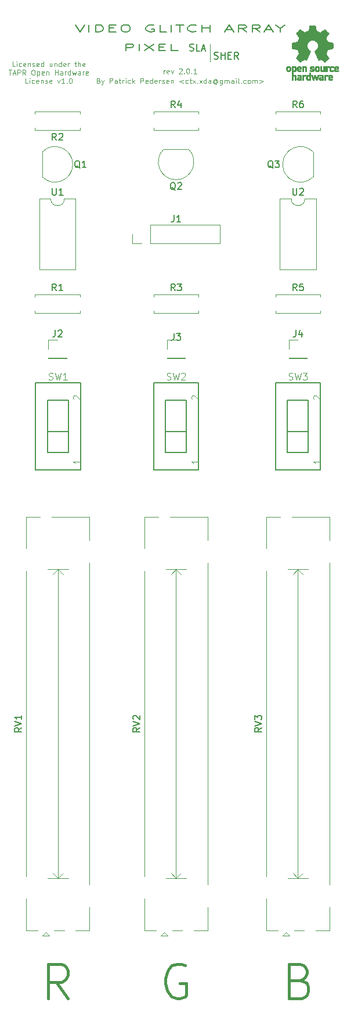
<source format=gto>
G04 #@! TF.GenerationSoftware,KiCad,Pcbnew,5.1.4-e60b266~84~ubuntu19.04.1*
G04 #@! TF.CreationDate,2019-09-04T21:57:40+02:00*
G04 #@! TF.ProjectId,PixelSlasher,50697865-6c53-46c6-9173-6865722e6b69,2.0.1*
G04 #@! TF.SameCoordinates,Original*
G04 #@! TF.FileFunction,Legend,Top*
G04 #@! TF.FilePolarity,Positive*
%FSLAX46Y46*%
G04 Gerber Fmt 4.6, Leading zero omitted, Abs format (unit mm)*
G04 Created by KiCad (PCBNEW 5.1.4-e60b266~84~ubuntu19.04.1) date 2019-09-04 21:57:40*
%MOMM*%
%LPD*%
G04 APERTURE LIST*
%ADD10C,0.100000*%
%ADD11C,0.150000*%
%ADD12C,0.400000*%
%ADD13C,0.120000*%
%ADD14C,0.010000*%
%ADD15C,0.127000*%
%ADD16C,0.152400*%
%ADD17C,0.050000*%
G04 APERTURE END LIST*
D10*
X106509285Y-41612845D02*
X106152142Y-41612845D01*
X106152142Y-40862845D01*
X106759285Y-41612845D02*
X106759285Y-41112845D01*
X106759285Y-40862845D02*
X106723571Y-40898560D01*
X106759285Y-40934274D01*
X106795000Y-40898560D01*
X106759285Y-40862845D01*
X106759285Y-40934274D01*
X107437857Y-41577131D02*
X107366428Y-41612845D01*
X107223571Y-41612845D01*
X107152142Y-41577131D01*
X107116428Y-41541417D01*
X107080714Y-41469988D01*
X107080714Y-41255702D01*
X107116428Y-41184274D01*
X107152142Y-41148560D01*
X107223571Y-41112845D01*
X107366428Y-41112845D01*
X107437857Y-41148560D01*
X108045000Y-41577131D02*
X107973571Y-41612845D01*
X107830714Y-41612845D01*
X107759285Y-41577131D01*
X107723571Y-41505702D01*
X107723571Y-41219988D01*
X107759285Y-41148560D01*
X107830714Y-41112845D01*
X107973571Y-41112845D01*
X108045000Y-41148560D01*
X108080714Y-41219988D01*
X108080714Y-41291417D01*
X107723571Y-41362845D01*
X108402142Y-41112845D02*
X108402142Y-41612845D01*
X108402142Y-41184274D02*
X108437857Y-41148560D01*
X108509285Y-41112845D01*
X108616428Y-41112845D01*
X108687857Y-41148560D01*
X108723571Y-41219988D01*
X108723571Y-41612845D01*
X109045000Y-41577131D02*
X109116428Y-41612845D01*
X109259285Y-41612845D01*
X109330714Y-41577131D01*
X109366428Y-41505702D01*
X109366428Y-41469988D01*
X109330714Y-41398560D01*
X109259285Y-41362845D01*
X109152142Y-41362845D01*
X109080714Y-41327131D01*
X109045000Y-41255702D01*
X109045000Y-41219988D01*
X109080714Y-41148560D01*
X109152142Y-41112845D01*
X109259285Y-41112845D01*
X109330714Y-41148560D01*
X109973571Y-41577131D02*
X109902142Y-41612845D01*
X109759285Y-41612845D01*
X109687857Y-41577131D01*
X109652142Y-41505702D01*
X109652142Y-41219988D01*
X109687857Y-41148560D01*
X109759285Y-41112845D01*
X109902142Y-41112845D01*
X109973571Y-41148560D01*
X110009285Y-41219988D01*
X110009285Y-41291417D01*
X109652142Y-41362845D01*
X110652142Y-41612845D02*
X110652142Y-40862845D01*
X110652142Y-41577131D02*
X110580714Y-41612845D01*
X110437857Y-41612845D01*
X110366428Y-41577131D01*
X110330714Y-41541417D01*
X110295000Y-41469988D01*
X110295000Y-41255702D01*
X110330714Y-41184274D01*
X110366428Y-41148560D01*
X110437857Y-41112845D01*
X110580714Y-41112845D01*
X110652142Y-41148560D01*
X111902142Y-41112845D02*
X111902142Y-41612845D01*
X111580714Y-41112845D02*
X111580714Y-41505702D01*
X111616428Y-41577131D01*
X111687857Y-41612845D01*
X111795000Y-41612845D01*
X111866428Y-41577131D01*
X111902142Y-41541417D01*
X112259285Y-41112845D02*
X112259285Y-41612845D01*
X112259285Y-41184274D02*
X112295000Y-41148560D01*
X112366428Y-41112845D01*
X112473571Y-41112845D01*
X112545000Y-41148560D01*
X112580714Y-41219988D01*
X112580714Y-41612845D01*
X113259285Y-41612845D02*
X113259285Y-40862845D01*
X113259285Y-41577131D02*
X113187857Y-41612845D01*
X113045000Y-41612845D01*
X112973571Y-41577131D01*
X112937857Y-41541417D01*
X112902142Y-41469988D01*
X112902142Y-41255702D01*
X112937857Y-41184274D01*
X112973571Y-41148560D01*
X113045000Y-41112845D01*
X113187857Y-41112845D01*
X113259285Y-41148560D01*
X113902142Y-41577131D02*
X113830714Y-41612845D01*
X113687857Y-41612845D01*
X113616428Y-41577131D01*
X113580714Y-41505702D01*
X113580714Y-41219988D01*
X113616428Y-41148560D01*
X113687857Y-41112845D01*
X113830714Y-41112845D01*
X113902142Y-41148560D01*
X113937857Y-41219988D01*
X113937857Y-41291417D01*
X113580714Y-41362845D01*
X114259285Y-41612845D02*
X114259285Y-41112845D01*
X114259285Y-41255702D02*
X114295000Y-41184274D01*
X114330714Y-41148560D01*
X114402142Y-41112845D01*
X114473571Y-41112845D01*
X115187857Y-41112845D02*
X115473571Y-41112845D01*
X115295000Y-40862845D02*
X115295000Y-41505702D01*
X115330714Y-41577131D01*
X115402142Y-41612845D01*
X115473571Y-41612845D01*
X115723571Y-41612845D02*
X115723571Y-40862845D01*
X116045000Y-41612845D02*
X116045000Y-41219988D01*
X116009285Y-41148560D01*
X115937857Y-41112845D01*
X115830714Y-41112845D01*
X115759285Y-41148560D01*
X115723571Y-41184274D01*
X116687857Y-41577131D02*
X116616428Y-41612845D01*
X116473571Y-41612845D01*
X116402142Y-41577131D01*
X116366428Y-41505702D01*
X116366428Y-41219988D01*
X116402142Y-41148560D01*
X116473571Y-41112845D01*
X116616428Y-41112845D01*
X116687857Y-41148560D01*
X116723571Y-41219988D01*
X116723571Y-41291417D01*
X116366428Y-41362845D01*
X105580714Y-42087845D02*
X106009285Y-42087845D01*
X105795000Y-42837845D02*
X105795000Y-42087845D01*
X106223571Y-42623560D02*
X106580714Y-42623560D01*
X106152142Y-42837845D02*
X106402142Y-42087845D01*
X106652142Y-42837845D01*
X106902142Y-42837845D02*
X106902142Y-42087845D01*
X107187857Y-42087845D01*
X107259285Y-42123560D01*
X107295000Y-42159274D01*
X107330714Y-42230702D01*
X107330714Y-42337845D01*
X107295000Y-42409274D01*
X107259285Y-42444988D01*
X107187857Y-42480702D01*
X106902142Y-42480702D01*
X108080714Y-42837845D02*
X107830714Y-42480702D01*
X107652142Y-42837845D02*
X107652142Y-42087845D01*
X107937857Y-42087845D01*
X108009285Y-42123560D01*
X108045000Y-42159274D01*
X108080714Y-42230702D01*
X108080714Y-42337845D01*
X108045000Y-42409274D01*
X108009285Y-42444988D01*
X107937857Y-42480702D01*
X107652142Y-42480702D01*
X109116428Y-42087845D02*
X109259285Y-42087845D01*
X109330714Y-42123560D01*
X109402142Y-42194988D01*
X109437857Y-42337845D01*
X109437857Y-42587845D01*
X109402142Y-42730702D01*
X109330714Y-42802131D01*
X109259285Y-42837845D01*
X109116428Y-42837845D01*
X109045000Y-42802131D01*
X108973571Y-42730702D01*
X108937857Y-42587845D01*
X108937857Y-42337845D01*
X108973571Y-42194988D01*
X109045000Y-42123560D01*
X109116428Y-42087845D01*
X109759285Y-42337845D02*
X109759285Y-43087845D01*
X109759285Y-42373560D02*
X109830714Y-42337845D01*
X109973571Y-42337845D01*
X110045000Y-42373560D01*
X110080714Y-42409274D01*
X110116428Y-42480702D01*
X110116428Y-42694988D01*
X110080714Y-42766417D01*
X110045000Y-42802131D01*
X109973571Y-42837845D01*
X109830714Y-42837845D01*
X109759285Y-42802131D01*
X110723571Y-42802131D02*
X110652142Y-42837845D01*
X110509285Y-42837845D01*
X110437857Y-42802131D01*
X110402142Y-42730702D01*
X110402142Y-42444988D01*
X110437857Y-42373560D01*
X110509285Y-42337845D01*
X110652142Y-42337845D01*
X110723571Y-42373560D01*
X110759285Y-42444988D01*
X110759285Y-42516417D01*
X110402142Y-42587845D01*
X111080714Y-42337845D02*
X111080714Y-42837845D01*
X111080714Y-42409274D02*
X111116428Y-42373560D01*
X111187857Y-42337845D01*
X111295000Y-42337845D01*
X111366428Y-42373560D01*
X111402142Y-42444988D01*
X111402142Y-42837845D01*
X112330714Y-42837845D02*
X112330714Y-42087845D01*
X112330714Y-42444988D02*
X112759285Y-42444988D01*
X112759285Y-42837845D02*
X112759285Y-42087845D01*
X113437857Y-42837845D02*
X113437857Y-42444988D01*
X113402142Y-42373560D01*
X113330714Y-42337845D01*
X113187857Y-42337845D01*
X113116428Y-42373560D01*
X113437857Y-42802131D02*
X113366428Y-42837845D01*
X113187857Y-42837845D01*
X113116428Y-42802131D01*
X113080714Y-42730702D01*
X113080714Y-42659274D01*
X113116428Y-42587845D01*
X113187857Y-42552131D01*
X113366428Y-42552131D01*
X113437857Y-42516417D01*
X113795000Y-42837845D02*
X113795000Y-42337845D01*
X113795000Y-42480702D02*
X113830714Y-42409274D01*
X113866428Y-42373560D01*
X113937857Y-42337845D01*
X114009285Y-42337845D01*
X114580714Y-42837845D02*
X114580714Y-42087845D01*
X114580714Y-42802131D02*
X114509285Y-42837845D01*
X114366428Y-42837845D01*
X114295000Y-42802131D01*
X114259285Y-42766417D01*
X114223571Y-42694988D01*
X114223571Y-42480702D01*
X114259285Y-42409274D01*
X114295000Y-42373560D01*
X114366428Y-42337845D01*
X114509285Y-42337845D01*
X114580714Y-42373560D01*
X114866428Y-42337845D02*
X115009285Y-42837845D01*
X115152142Y-42480702D01*
X115295000Y-42837845D01*
X115437857Y-42337845D01*
X116045000Y-42837845D02*
X116045000Y-42444988D01*
X116009285Y-42373560D01*
X115937857Y-42337845D01*
X115795000Y-42337845D01*
X115723571Y-42373560D01*
X116045000Y-42802131D02*
X115973571Y-42837845D01*
X115795000Y-42837845D01*
X115723571Y-42802131D01*
X115687857Y-42730702D01*
X115687857Y-42659274D01*
X115723571Y-42587845D01*
X115795000Y-42552131D01*
X115973571Y-42552131D01*
X116045000Y-42516417D01*
X116402142Y-42837845D02*
X116402142Y-42337845D01*
X116402142Y-42480702D02*
X116437857Y-42409274D01*
X116473571Y-42373560D01*
X116545000Y-42337845D01*
X116616428Y-42337845D01*
X117152142Y-42802131D02*
X117080714Y-42837845D01*
X116937857Y-42837845D01*
X116866428Y-42802131D01*
X116830714Y-42730702D01*
X116830714Y-42444988D01*
X116866428Y-42373560D01*
X116937857Y-42337845D01*
X117080714Y-42337845D01*
X117152142Y-42373560D01*
X117187857Y-42444988D01*
X117187857Y-42516417D01*
X116830714Y-42587845D01*
X108402142Y-44062845D02*
X108045000Y-44062845D01*
X108045000Y-43312845D01*
X108652142Y-44062845D02*
X108652142Y-43562845D01*
X108652142Y-43312845D02*
X108616428Y-43348560D01*
X108652142Y-43384274D01*
X108687857Y-43348560D01*
X108652142Y-43312845D01*
X108652142Y-43384274D01*
X109330714Y-44027131D02*
X109259285Y-44062845D01*
X109116428Y-44062845D01*
X109045000Y-44027131D01*
X109009285Y-43991417D01*
X108973571Y-43919988D01*
X108973571Y-43705702D01*
X109009285Y-43634274D01*
X109045000Y-43598560D01*
X109116428Y-43562845D01*
X109259285Y-43562845D01*
X109330714Y-43598560D01*
X109937857Y-44027131D02*
X109866428Y-44062845D01*
X109723571Y-44062845D01*
X109652142Y-44027131D01*
X109616428Y-43955702D01*
X109616428Y-43669988D01*
X109652142Y-43598560D01*
X109723571Y-43562845D01*
X109866428Y-43562845D01*
X109937857Y-43598560D01*
X109973571Y-43669988D01*
X109973571Y-43741417D01*
X109616428Y-43812845D01*
X110295000Y-43562845D02*
X110295000Y-44062845D01*
X110295000Y-43634274D02*
X110330714Y-43598560D01*
X110402142Y-43562845D01*
X110509285Y-43562845D01*
X110580714Y-43598560D01*
X110616428Y-43669988D01*
X110616428Y-44062845D01*
X110937857Y-44027131D02*
X111009285Y-44062845D01*
X111152142Y-44062845D01*
X111223571Y-44027131D01*
X111259285Y-43955702D01*
X111259285Y-43919988D01*
X111223571Y-43848560D01*
X111152142Y-43812845D01*
X111045000Y-43812845D01*
X110973571Y-43777131D01*
X110937857Y-43705702D01*
X110937857Y-43669988D01*
X110973571Y-43598560D01*
X111045000Y-43562845D01*
X111152142Y-43562845D01*
X111223571Y-43598560D01*
X111866428Y-44027131D02*
X111795000Y-44062845D01*
X111652142Y-44062845D01*
X111580714Y-44027131D01*
X111545000Y-43955702D01*
X111545000Y-43669988D01*
X111580714Y-43598560D01*
X111652142Y-43562845D01*
X111795000Y-43562845D01*
X111866428Y-43598560D01*
X111902142Y-43669988D01*
X111902142Y-43741417D01*
X111545000Y-43812845D01*
X112723571Y-43562845D02*
X112902142Y-44062845D01*
X113080714Y-43562845D01*
X113759285Y-44062845D02*
X113330714Y-44062845D01*
X113545000Y-44062845D02*
X113545000Y-43312845D01*
X113473571Y-43419988D01*
X113402142Y-43491417D01*
X113330714Y-43527131D01*
X114080714Y-43991417D02*
X114116428Y-44027131D01*
X114080714Y-44062845D01*
X114045000Y-44027131D01*
X114080714Y-43991417D01*
X114080714Y-44062845D01*
X114580714Y-43312845D02*
X114652142Y-43312845D01*
X114723571Y-43348560D01*
X114759285Y-43384274D01*
X114795000Y-43455702D01*
X114830714Y-43598560D01*
X114830714Y-43777131D01*
X114795000Y-43919988D01*
X114759285Y-43991417D01*
X114723571Y-44027131D01*
X114652142Y-44062845D01*
X114580714Y-44062845D01*
X114509285Y-44027131D01*
X114473571Y-43991417D01*
X114437857Y-43919988D01*
X114402142Y-43777131D01*
X114402142Y-43598560D01*
X114437857Y-43455702D01*
X114473571Y-43384274D01*
X114509285Y-43348560D01*
X114580714Y-43312845D01*
X128231800Y-42640445D02*
X128231800Y-42140445D01*
X128231800Y-42283302D02*
X128267514Y-42211874D01*
X128303228Y-42176160D01*
X128374657Y-42140445D01*
X128446085Y-42140445D01*
X128981800Y-42604731D02*
X128910371Y-42640445D01*
X128767514Y-42640445D01*
X128696085Y-42604731D01*
X128660371Y-42533302D01*
X128660371Y-42247588D01*
X128696085Y-42176160D01*
X128767514Y-42140445D01*
X128910371Y-42140445D01*
X128981800Y-42176160D01*
X129017514Y-42247588D01*
X129017514Y-42319017D01*
X128660371Y-42390445D01*
X129267514Y-42140445D02*
X129446085Y-42640445D01*
X129624657Y-42140445D01*
X130446085Y-41961874D02*
X130481800Y-41926160D01*
X130553228Y-41890445D01*
X130731800Y-41890445D01*
X130803228Y-41926160D01*
X130838942Y-41961874D01*
X130874657Y-42033302D01*
X130874657Y-42104731D01*
X130838942Y-42211874D01*
X130410371Y-42640445D01*
X130874657Y-42640445D01*
X131196085Y-42569017D02*
X131231800Y-42604731D01*
X131196085Y-42640445D01*
X131160371Y-42604731D01*
X131196085Y-42569017D01*
X131196085Y-42640445D01*
X131696085Y-41890445D02*
X131767514Y-41890445D01*
X131838942Y-41926160D01*
X131874657Y-41961874D01*
X131910371Y-42033302D01*
X131946085Y-42176160D01*
X131946085Y-42354731D01*
X131910371Y-42497588D01*
X131874657Y-42569017D01*
X131838942Y-42604731D01*
X131767514Y-42640445D01*
X131696085Y-42640445D01*
X131624657Y-42604731D01*
X131588942Y-42569017D01*
X131553228Y-42497588D01*
X131517514Y-42354731D01*
X131517514Y-42176160D01*
X131553228Y-42033302D01*
X131588942Y-41961874D01*
X131624657Y-41926160D01*
X131696085Y-41890445D01*
X132267514Y-42569017D02*
X132303228Y-42604731D01*
X132267514Y-42640445D01*
X132231800Y-42604731D01*
X132267514Y-42569017D01*
X132267514Y-42640445D01*
X133017514Y-42640445D02*
X132588942Y-42640445D01*
X132803228Y-42640445D02*
X132803228Y-41890445D01*
X132731800Y-41997588D01*
X132660371Y-42069017D01*
X132588942Y-42104731D01*
X118696085Y-43669988D02*
X118803228Y-43705702D01*
X118838942Y-43741417D01*
X118874657Y-43812845D01*
X118874657Y-43919988D01*
X118838942Y-43991417D01*
X118803228Y-44027131D01*
X118731800Y-44062845D01*
X118446085Y-44062845D01*
X118446085Y-43312845D01*
X118696085Y-43312845D01*
X118767514Y-43348560D01*
X118803228Y-43384274D01*
X118838942Y-43455702D01*
X118838942Y-43527131D01*
X118803228Y-43598560D01*
X118767514Y-43634274D01*
X118696085Y-43669988D01*
X118446085Y-43669988D01*
X119124657Y-43562845D02*
X119303228Y-44062845D01*
X119481800Y-43562845D02*
X119303228Y-44062845D01*
X119231800Y-44241417D01*
X119196085Y-44277131D01*
X119124657Y-44312845D01*
X120338942Y-44062845D02*
X120338942Y-43312845D01*
X120624657Y-43312845D01*
X120696085Y-43348560D01*
X120731800Y-43384274D01*
X120767514Y-43455702D01*
X120767514Y-43562845D01*
X120731800Y-43634274D01*
X120696085Y-43669988D01*
X120624657Y-43705702D01*
X120338942Y-43705702D01*
X121410371Y-44062845D02*
X121410371Y-43669988D01*
X121374657Y-43598560D01*
X121303228Y-43562845D01*
X121160371Y-43562845D01*
X121088942Y-43598560D01*
X121410371Y-44027131D02*
X121338942Y-44062845D01*
X121160371Y-44062845D01*
X121088942Y-44027131D01*
X121053228Y-43955702D01*
X121053228Y-43884274D01*
X121088942Y-43812845D01*
X121160371Y-43777131D01*
X121338942Y-43777131D01*
X121410371Y-43741417D01*
X121660371Y-43562845D02*
X121946085Y-43562845D01*
X121767514Y-43312845D02*
X121767514Y-43955702D01*
X121803228Y-44027131D01*
X121874657Y-44062845D01*
X121946085Y-44062845D01*
X122196085Y-44062845D02*
X122196085Y-43562845D01*
X122196085Y-43705702D02*
X122231800Y-43634274D01*
X122267514Y-43598560D01*
X122338942Y-43562845D01*
X122410371Y-43562845D01*
X122660371Y-44062845D02*
X122660371Y-43562845D01*
X122660371Y-43312845D02*
X122624657Y-43348560D01*
X122660371Y-43384274D01*
X122696085Y-43348560D01*
X122660371Y-43312845D01*
X122660371Y-43384274D01*
X123338942Y-44027131D02*
X123267514Y-44062845D01*
X123124657Y-44062845D01*
X123053228Y-44027131D01*
X123017514Y-43991417D01*
X122981800Y-43919988D01*
X122981800Y-43705702D01*
X123017514Y-43634274D01*
X123053228Y-43598560D01*
X123124657Y-43562845D01*
X123267514Y-43562845D01*
X123338942Y-43598560D01*
X123660371Y-44062845D02*
X123660371Y-43312845D01*
X123731800Y-43777131D02*
X123946085Y-44062845D01*
X123946085Y-43562845D02*
X123660371Y-43848560D01*
X124838942Y-44062845D02*
X124838942Y-43312845D01*
X125124657Y-43312845D01*
X125196085Y-43348560D01*
X125231800Y-43384274D01*
X125267514Y-43455702D01*
X125267514Y-43562845D01*
X125231800Y-43634274D01*
X125196085Y-43669988D01*
X125124657Y-43705702D01*
X124838942Y-43705702D01*
X125874657Y-44027131D02*
X125803228Y-44062845D01*
X125660371Y-44062845D01*
X125588942Y-44027131D01*
X125553228Y-43955702D01*
X125553228Y-43669988D01*
X125588942Y-43598560D01*
X125660371Y-43562845D01*
X125803228Y-43562845D01*
X125874657Y-43598560D01*
X125910371Y-43669988D01*
X125910371Y-43741417D01*
X125553228Y-43812845D01*
X126553228Y-44062845D02*
X126553228Y-43312845D01*
X126553228Y-44027131D02*
X126481800Y-44062845D01*
X126338942Y-44062845D01*
X126267514Y-44027131D01*
X126231800Y-43991417D01*
X126196085Y-43919988D01*
X126196085Y-43705702D01*
X126231800Y-43634274D01*
X126267514Y-43598560D01*
X126338942Y-43562845D01*
X126481800Y-43562845D01*
X126553228Y-43598560D01*
X127196085Y-44027131D02*
X127124657Y-44062845D01*
X126981800Y-44062845D01*
X126910371Y-44027131D01*
X126874657Y-43955702D01*
X126874657Y-43669988D01*
X126910371Y-43598560D01*
X126981800Y-43562845D01*
X127124657Y-43562845D01*
X127196085Y-43598560D01*
X127231800Y-43669988D01*
X127231800Y-43741417D01*
X126874657Y-43812845D01*
X127553228Y-44062845D02*
X127553228Y-43562845D01*
X127553228Y-43705702D02*
X127588942Y-43634274D01*
X127624657Y-43598560D01*
X127696085Y-43562845D01*
X127767514Y-43562845D01*
X127981800Y-44027131D02*
X128053228Y-44062845D01*
X128196085Y-44062845D01*
X128267514Y-44027131D01*
X128303228Y-43955702D01*
X128303228Y-43919988D01*
X128267514Y-43848560D01*
X128196085Y-43812845D01*
X128088942Y-43812845D01*
X128017514Y-43777131D01*
X127981800Y-43705702D01*
X127981800Y-43669988D01*
X128017514Y-43598560D01*
X128088942Y-43562845D01*
X128196085Y-43562845D01*
X128267514Y-43598560D01*
X128910371Y-44027131D02*
X128838942Y-44062845D01*
X128696085Y-44062845D01*
X128624657Y-44027131D01*
X128588942Y-43955702D01*
X128588942Y-43669988D01*
X128624657Y-43598560D01*
X128696085Y-43562845D01*
X128838942Y-43562845D01*
X128910371Y-43598560D01*
X128946085Y-43669988D01*
X128946085Y-43741417D01*
X128588942Y-43812845D01*
X129267514Y-43562845D02*
X129267514Y-44062845D01*
X129267514Y-43634274D02*
X129303228Y-43598560D01*
X129374657Y-43562845D01*
X129481800Y-43562845D01*
X129553228Y-43598560D01*
X129588942Y-43669988D01*
X129588942Y-44062845D01*
X131088942Y-43562845D02*
X130517514Y-43777131D01*
X131088942Y-43991417D01*
X131767514Y-44027131D02*
X131696085Y-44062845D01*
X131553228Y-44062845D01*
X131481800Y-44027131D01*
X131446085Y-43991417D01*
X131410371Y-43919988D01*
X131410371Y-43705702D01*
X131446085Y-43634274D01*
X131481800Y-43598560D01*
X131553228Y-43562845D01*
X131696085Y-43562845D01*
X131767514Y-43598560D01*
X131981800Y-43562845D02*
X132267514Y-43562845D01*
X132088942Y-43312845D02*
X132088942Y-43955702D01*
X132124657Y-44027131D01*
X132196085Y-44062845D01*
X132267514Y-44062845D01*
X132446085Y-44062845D02*
X132838942Y-43562845D01*
X132446085Y-43562845D02*
X132838942Y-44062845D01*
X133124657Y-43991417D02*
X133160371Y-44027131D01*
X133124657Y-44062845D01*
X133088942Y-44027131D01*
X133124657Y-43991417D01*
X133124657Y-44062845D01*
X133410371Y-44062845D02*
X133803228Y-43562845D01*
X133410371Y-43562845D02*
X133803228Y-44062845D01*
X134410371Y-44062845D02*
X134410371Y-43312845D01*
X134410371Y-44027131D02*
X134338942Y-44062845D01*
X134196085Y-44062845D01*
X134124657Y-44027131D01*
X134088942Y-43991417D01*
X134053228Y-43919988D01*
X134053228Y-43705702D01*
X134088942Y-43634274D01*
X134124657Y-43598560D01*
X134196085Y-43562845D01*
X134338942Y-43562845D01*
X134410371Y-43598560D01*
X135088942Y-44062845D02*
X135088942Y-43669988D01*
X135053228Y-43598560D01*
X134981800Y-43562845D01*
X134838942Y-43562845D01*
X134767514Y-43598560D01*
X135088942Y-44027131D02*
X135017514Y-44062845D01*
X134838942Y-44062845D01*
X134767514Y-44027131D01*
X134731800Y-43955702D01*
X134731800Y-43884274D01*
X134767514Y-43812845D01*
X134838942Y-43777131D01*
X135017514Y-43777131D01*
X135088942Y-43741417D01*
X135910371Y-43705702D02*
X135874657Y-43669988D01*
X135803228Y-43634274D01*
X135731800Y-43634274D01*
X135660371Y-43669988D01*
X135624657Y-43705702D01*
X135588942Y-43777131D01*
X135588942Y-43848560D01*
X135624657Y-43919988D01*
X135660371Y-43955702D01*
X135731800Y-43991417D01*
X135803228Y-43991417D01*
X135874657Y-43955702D01*
X135910371Y-43919988D01*
X135910371Y-43634274D02*
X135910371Y-43919988D01*
X135946085Y-43955702D01*
X135981800Y-43955702D01*
X136053228Y-43919988D01*
X136088942Y-43848560D01*
X136088942Y-43669988D01*
X136017514Y-43562845D01*
X135910371Y-43491417D01*
X135767514Y-43455702D01*
X135624657Y-43491417D01*
X135517514Y-43562845D01*
X135446085Y-43669988D01*
X135410371Y-43812845D01*
X135446085Y-43955702D01*
X135517514Y-44062845D01*
X135624657Y-44134274D01*
X135767514Y-44169988D01*
X135910371Y-44134274D01*
X136017514Y-44062845D01*
X136731800Y-43562845D02*
X136731800Y-44169988D01*
X136696085Y-44241417D01*
X136660371Y-44277131D01*
X136588942Y-44312845D01*
X136481800Y-44312845D01*
X136410371Y-44277131D01*
X136731800Y-44027131D02*
X136660371Y-44062845D01*
X136517514Y-44062845D01*
X136446085Y-44027131D01*
X136410371Y-43991417D01*
X136374657Y-43919988D01*
X136374657Y-43705702D01*
X136410371Y-43634274D01*
X136446085Y-43598560D01*
X136517514Y-43562845D01*
X136660371Y-43562845D01*
X136731800Y-43598560D01*
X137088942Y-44062845D02*
X137088942Y-43562845D01*
X137088942Y-43634274D02*
X137124657Y-43598560D01*
X137196085Y-43562845D01*
X137303228Y-43562845D01*
X137374657Y-43598560D01*
X137410371Y-43669988D01*
X137410371Y-44062845D01*
X137410371Y-43669988D02*
X137446085Y-43598560D01*
X137517514Y-43562845D01*
X137624657Y-43562845D01*
X137696085Y-43598560D01*
X137731800Y-43669988D01*
X137731800Y-44062845D01*
X138410371Y-44062845D02*
X138410371Y-43669988D01*
X138374657Y-43598560D01*
X138303228Y-43562845D01*
X138160371Y-43562845D01*
X138088942Y-43598560D01*
X138410371Y-44027131D02*
X138338942Y-44062845D01*
X138160371Y-44062845D01*
X138088942Y-44027131D01*
X138053228Y-43955702D01*
X138053228Y-43884274D01*
X138088942Y-43812845D01*
X138160371Y-43777131D01*
X138338942Y-43777131D01*
X138410371Y-43741417D01*
X138767514Y-44062845D02*
X138767514Y-43562845D01*
X138767514Y-43312845D02*
X138731800Y-43348560D01*
X138767514Y-43384274D01*
X138803228Y-43348560D01*
X138767514Y-43312845D01*
X138767514Y-43384274D01*
X139231800Y-44062845D02*
X139160371Y-44027131D01*
X139124657Y-43955702D01*
X139124657Y-43312845D01*
X139517514Y-43991417D02*
X139553228Y-44027131D01*
X139517514Y-44062845D01*
X139481800Y-44027131D01*
X139517514Y-43991417D01*
X139517514Y-44062845D01*
X140196085Y-44027131D02*
X140124657Y-44062845D01*
X139981800Y-44062845D01*
X139910371Y-44027131D01*
X139874657Y-43991417D01*
X139838942Y-43919988D01*
X139838942Y-43705702D01*
X139874657Y-43634274D01*
X139910371Y-43598560D01*
X139981800Y-43562845D01*
X140124657Y-43562845D01*
X140196085Y-43598560D01*
X140624657Y-44062845D02*
X140553228Y-44027131D01*
X140517514Y-43991417D01*
X140481800Y-43919988D01*
X140481800Y-43705702D01*
X140517514Y-43634274D01*
X140553228Y-43598560D01*
X140624657Y-43562845D01*
X140731800Y-43562845D01*
X140803228Y-43598560D01*
X140838942Y-43634274D01*
X140874657Y-43705702D01*
X140874657Y-43919988D01*
X140838942Y-43991417D01*
X140803228Y-44027131D01*
X140731800Y-44062845D01*
X140624657Y-44062845D01*
X141196085Y-44062845D02*
X141196085Y-43562845D01*
X141196085Y-43634274D02*
X141231800Y-43598560D01*
X141303228Y-43562845D01*
X141410371Y-43562845D01*
X141481800Y-43598560D01*
X141517514Y-43669988D01*
X141517514Y-44062845D01*
X141517514Y-43669988D02*
X141553228Y-43598560D01*
X141624657Y-43562845D01*
X141731800Y-43562845D01*
X141803228Y-43598560D01*
X141838942Y-43669988D01*
X141838942Y-44062845D01*
X142196085Y-43562845D02*
X142767514Y-43777131D01*
X142196085Y-43991417D01*
D11*
X122666800Y-39314380D02*
X122666800Y-38314380D01*
X123428705Y-38314380D01*
X123619181Y-38362000D01*
X123714419Y-38409619D01*
X123809657Y-38504857D01*
X123809657Y-38647714D01*
X123714419Y-38742952D01*
X123619181Y-38790571D01*
X123428705Y-38838190D01*
X122666800Y-38838190D01*
X124666800Y-39314380D02*
X124666800Y-38314380D01*
X125428705Y-38314380D02*
X126762038Y-39314380D01*
X126762038Y-38314380D02*
X125428705Y-39314380D01*
X127523943Y-38790571D02*
X128190609Y-38790571D01*
X128476324Y-39314380D02*
X127523943Y-39314380D01*
X127523943Y-38314380D01*
X128476324Y-38314380D01*
X130285847Y-39314380D02*
X129333467Y-39314380D01*
X129333467Y-38314380D01*
D10*
X134955400Y-38326060D02*
X134955400Y-40916860D01*
D11*
X135580875Y-40479122D02*
X135723732Y-40526741D01*
X135961827Y-40526741D01*
X136057065Y-40479122D01*
X136104684Y-40431503D01*
X136152303Y-40336265D01*
X136152303Y-40241027D01*
X136104684Y-40145789D01*
X136057065Y-40098170D01*
X135961827Y-40050551D01*
X135771351Y-40002932D01*
X135676113Y-39955313D01*
X135628494Y-39907694D01*
X135580875Y-39812456D01*
X135580875Y-39717218D01*
X135628494Y-39621980D01*
X135676113Y-39574361D01*
X135771351Y-39526741D01*
X136009446Y-39526741D01*
X136152303Y-39574361D01*
X136580875Y-40526741D02*
X136580875Y-39526741D01*
X136580875Y-40002932D02*
X137152303Y-40002932D01*
X137152303Y-40526741D02*
X137152303Y-39526741D01*
X137628494Y-40002932D02*
X137961827Y-40002932D01*
X138104684Y-40526741D02*
X137628494Y-40526741D01*
X137628494Y-39526741D01*
X138104684Y-39526741D01*
X139104684Y-40526741D02*
X138771351Y-40050551D01*
X138533256Y-40526741D02*
X138533256Y-39526741D01*
X138914208Y-39526741D01*
X139009446Y-39574361D01*
X139057065Y-39621980D01*
X139104684Y-39717218D01*
X139104684Y-39860075D01*
X139057065Y-39955313D01*
X139009446Y-40002932D01*
X138914208Y-40050551D01*
X138533256Y-40050551D01*
X132001829Y-39293320D02*
X132144686Y-39340939D01*
X132382781Y-39340939D01*
X132478019Y-39293320D01*
X132525638Y-39245701D01*
X132573257Y-39150463D01*
X132573257Y-39055225D01*
X132525638Y-38959987D01*
X132478019Y-38912368D01*
X132382781Y-38864749D01*
X132192305Y-38817130D01*
X132097067Y-38769511D01*
X132049448Y-38721892D01*
X132001829Y-38626654D01*
X132001829Y-38531416D01*
X132049448Y-38436178D01*
X132097067Y-38388559D01*
X132192305Y-38340939D01*
X132430400Y-38340939D01*
X132573257Y-38388559D01*
X133478019Y-39340939D02*
X133001829Y-39340939D01*
X133001829Y-38340939D01*
X133763734Y-39055225D02*
X134239924Y-39055225D01*
X133668496Y-39340939D02*
X134001829Y-38340939D01*
X134335162Y-39340939D01*
X115321085Y-35545780D02*
X115987752Y-36545780D01*
X116654419Y-35545780D01*
X117321085Y-36545780D02*
X117321085Y-35545780D01*
X118273466Y-36545780D02*
X118273466Y-35545780D01*
X118749657Y-35545780D01*
X119035371Y-35593400D01*
X119225847Y-35688638D01*
X119321085Y-35783876D01*
X119416323Y-35974352D01*
X119416323Y-36117209D01*
X119321085Y-36307685D01*
X119225847Y-36402923D01*
X119035371Y-36498161D01*
X118749657Y-36545780D01*
X118273466Y-36545780D01*
X120273466Y-36021971D02*
X120940133Y-36021971D01*
X121225847Y-36545780D02*
X120273466Y-36545780D01*
X120273466Y-35545780D01*
X121225847Y-35545780D01*
X122463942Y-35545780D02*
X122844895Y-35545780D01*
X123035371Y-35593400D01*
X123225847Y-35688638D01*
X123321085Y-35879114D01*
X123321085Y-36212447D01*
X123225847Y-36402923D01*
X123035371Y-36498161D01*
X122844895Y-36545780D01*
X122463942Y-36545780D01*
X122273466Y-36498161D01*
X122082990Y-36402923D01*
X121987752Y-36212447D01*
X121987752Y-35879114D01*
X122082990Y-35688638D01*
X122273466Y-35593400D01*
X122463942Y-35545780D01*
X126749657Y-35593400D02*
X126559180Y-35545780D01*
X126273466Y-35545780D01*
X125987752Y-35593400D01*
X125797276Y-35688638D01*
X125702038Y-35783876D01*
X125606800Y-35974352D01*
X125606800Y-36117209D01*
X125702038Y-36307685D01*
X125797276Y-36402923D01*
X125987752Y-36498161D01*
X126273466Y-36545780D01*
X126463942Y-36545780D01*
X126749657Y-36498161D01*
X126844895Y-36450542D01*
X126844895Y-36117209D01*
X126463942Y-36117209D01*
X128654419Y-36545780D02*
X127702038Y-36545780D01*
X127702038Y-35545780D01*
X129321085Y-36545780D02*
X129321085Y-35545780D01*
X129987752Y-35545780D02*
X131130609Y-35545780D01*
X130559180Y-36545780D02*
X130559180Y-35545780D01*
X132940133Y-36450542D02*
X132844895Y-36498161D01*
X132559180Y-36545780D01*
X132368704Y-36545780D01*
X132082990Y-36498161D01*
X131892514Y-36402923D01*
X131797276Y-36307685D01*
X131702038Y-36117209D01*
X131702038Y-35974352D01*
X131797276Y-35783876D01*
X131892514Y-35688638D01*
X132082990Y-35593400D01*
X132368704Y-35545780D01*
X132559180Y-35545780D01*
X132844895Y-35593400D01*
X132940133Y-35641019D01*
X133797276Y-36545780D02*
X133797276Y-35545780D01*
X133797276Y-36021971D02*
X134940133Y-36021971D01*
X134940133Y-36545780D02*
X134940133Y-35545780D01*
X137321085Y-36260066D02*
X138273466Y-36260066D01*
X137130609Y-36545780D02*
X137797276Y-35545780D01*
X138463942Y-36545780D01*
X140273466Y-36545780D02*
X139606800Y-36069590D01*
X139130609Y-36545780D02*
X139130609Y-35545780D01*
X139892514Y-35545780D01*
X140082990Y-35593400D01*
X140178228Y-35641019D01*
X140273466Y-35736257D01*
X140273466Y-35879114D01*
X140178228Y-35974352D01*
X140082990Y-36021971D01*
X139892514Y-36069590D01*
X139130609Y-36069590D01*
X142273466Y-36545780D02*
X141606800Y-36069590D01*
X141130609Y-36545780D02*
X141130609Y-35545780D01*
X141892514Y-35545780D01*
X142082990Y-35593400D01*
X142178228Y-35641019D01*
X142273466Y-35736257D01*
X142273466Y-35879114D01*
X142178228Y-35974352D01*
X142082990Y-36021971D01*
X141892514Y-36069590D01*
X141130609Y-36069590D01*
X143035371Y-36260066D02*
X143987752Y-36260066D01*
X142844895Y-36545780D02*
X143511561Y-35545780D01*
X144178228Y-36545780D01*
X145225847Y-36069590D02*
X145225847Y-36545780D01*
X144559180Y-35545780D02*
X145225847Y-36069590D01*
X145892514Y-35545780D01*
D12*
X148134282Y-174813478D02*
X148848568Y-175051573D01*
X149086663Y-175289668D01*
X149324759Y-175765859D01*
X149324759Y-176480144D01*
X149086663Y-176956335D01*
X148848568Y-177194430D01*
X148372378Y-177432525D01*
X146467616Y-177432525D01*
X146467616Y-172432525D01*
X148134282Y-172432525D01*
X148610473Y-172670621D01*
X148848568Y-172908716D01*
X149086663Y-173384906D01*
X149086663Y-173861097D01*
X148848568Y-174337287D01*
X148610473Y-174575382D01*
X148134282Y-174813478D01*
X146467616Y-174813478D01*
X131306663Y-172670621D02*
X130830473Y-172432525D01*
X130116187Y-172432525D01*
X129401901Y-172670621D01*
X128925711Y-173146811D01*
X128687616Y-173623001D01*
X128449520Y-174575382D01*
X128449520Y-175289668D01*
X128687616Y-176242049D01*
X128925711Y-176718240D01*
X129401901Y-177194430D01*
X130116187Y-177432525D01*
X130592378Y-177432525D01*
X131306663Y-177194430D01*
X131544759Y-176956335D01*
X131544759Y-175289668D01*
X130592378Y-175289668D01*
X114229760Y-177432525D02*
X112563093Y-175051573D01*
X111372617Y-177432525D02*
X111372617Y-172432525D01*
X113277379Y-172432525D01*
X113753569Y-172670621D01*
X113991664Y-172908716D01*
X114229760Y-173384906D01*
X114229760Y-174099192D01*
X113991664Y-174575382D01*
X113753569Y-174813478D01*
X113277379Y-175051573D01*
X111372617Y-175051573D01*
D13*
X108156000Y-167525420D02*
X108156000Y-162940420D01*
X108156000Y-159669420D02*
X108156000Y-115140420D01*
X108156000Y-111869420D02*
X108156000Y-107285420D01*
X117396000Y-167525420D02*
X117396000Y-164140420D01*
X117396000Y-160869420D02*
X117396000Y-113940420D01*
X117396000Y-110669420D02*
X117396000Y-107285420D01*
X108156000Y-167525420D02*
X109851000Y-167525420D01*
X112201000Y-167525420D02*
X113704000Y-167525420D01*
X115349000Y-167525420D02*
X117396000Y-167525420D01*
X108156000Y-107285420D02*
X110203000Y-107285420D01*
X111849000Y-107285420D02*
X117396000Y-107285420D01*
X111026000Y-167830420D02*
X110526000Y-168330420D01*
X110526000Y-168330420D02*
X111526000Y-168330420D01*
X111526000Y-168330420D02*
X111026000Y-167830420D01*
X112776000Y-159905420D02*
X112776000Y-114905420D01*
X111276000Y-159905420D02*
X114276000Y-159905420D01*
X112026000Y-159155420D02*
X112776000Y-159905420D01*
X112776000Y-159905420D02*
X113526000Y-159155420D01*
X111276000Y-114905420D02*
X114276000Y-114905420D01*
X112026000Y-115655420D02*
X112776000Y-114905420D01*
X112776000Y-114905420D02*
X113526000Y-115655420D01*
D14*
G36*
X150401260Y-36014985D02*
G01*
X150476809Y-36415731D01*
X151034337Y-36645563D01*
X151368761Y-36418157D01*
X151462418Y-36354840D01*
X151547078Y-36298305D01*
X151618791Y-36251136D01*
X151673607Y-36215911D01*
X151707576Y-36195214D01*
X151716826Y-36190751D01*
X151733491Y-36202229D01*
X151769102Y-36233960D01*
X151819667Y-36281892D01*
X151881196Y-36341971D01*
X151949695Y-36410142D01*
X152021175Y-36482354D01*
X152091643Y-36554551D01*
X152157107Y-36622682D01*
X152213576Y-36682692D01*
X152257059Y-36730528D01*
X152283564Y-36762136D01*
X152289901Y-36772714D01*
X152280782Y-36792215D01*
X152255216Y-36834940D01*
X152215893Y-36896707D01*
X152165499Y-36973340D01*
X152106723Y-37060657D01*
X152072664Y-37110461D01*
X152010585Y-37201402D01*
X151955422Y-37283468D01*
X151909850Y-37352572D01*
X151876546Y-37404631D01*
X151858186Y-37435559D01*
X151855427Y-37442059D01*
X151861681Y-37460530D01*
X151878730Y-37503581D01*
X151903999Y-37565158D01*
X151934918Y-37639208D01*
X151968914Y-37719679D01*
X152003414Y-37800516D01*
X152035847Y-37875667D01*
X152063639Y-37939080D01*
X152084219Y-37984702D01*
X152095015Y-38006478D01*
X152095652Y-38007335D01*
X152112603Y-38011493D01*
X152157747Y-38020770D01*
X152226406Y-38034253D01*
X152313898Y-38051030D01*
X152415546Y-38070190D01*
X152474852Y-38081239D01*
X152583468Y-38101919D01*
X152681573Y-38121598D01*
X152764205Y-38139198D01*
X152826400Y-38153642D01*
X152863195Y-38163855D01*
X152870592Y-38167095D01*
X152877836Y-38189026D01*
X152883681Y-38238556D01*
X152888131Y-38309894D01*
X152891189Y-38397248D01*
X152892861Y-38494826D01*
X152893149Y-38596835D01*
X152892057Y-38697484D01*
X152889590Y-38790981D01*
X152885752Y-38871534D01*
X152880546Y-38933351D01*
X152873977Y-38970639D01*
X152870037Y-38978402D01*
X152846484Y-38987707D01*
X152796578Y-39001009D01*
X152726919Y-39016746D01*
X152644109Y-39033355D01*
X152615201Y-39038728D01*
X152475827Y-39064257D01*
X152365732Y-39084817D01*
X152281278Y-39101224D01*
X152218826Y-39114296D01*
X152174740Y-39124850D01*
X152145381Y-39133703D01*
X152127111Y-39141672D01*
X152116294Y-39149574D01*
X152114781Y-39151136D01*
X152099673Y-39176295D01*
X152076625Y-39225259D01*
X152047940Y-39292030D01*
X152015918Y-39370614D01*
X151982861Y-39455016D01*
X151951069Y-39539239D01*
X151922845Y-39617288D01*
X151900489Y-39683168D01*
X151886303Y-39730882D01*
X151882589Y-39754436D01*
X151882898Y-39755261D01*
X151895485Y-39774513D01*
X151924040Y-39816872D01*
X151965563Y-39877930D01*
X152017052Y-39953277D01*
X152075507Y-40038505D01*
X152092154Y-40062724D01*
X152151511Y-40150532D01*
X152203743Y-40230647D01*
X152246004Y-40298471D01*
X152275449Y-40349402D01*
X152289233Y-40378840D01*
X152289901Y-40382457D01*
X152278320Y-40401466D01*
X152246320Y-40439123D01*
X152198014Y-40491382D01*
X152137516Y-40554195D01*
X152068940Y-40623515D01*
X151996400Y-40695294D01*
X151924008Y-40765486D01*
X151855880Y-40830044D01*
X151796128Y-40884919D01*
X151748867Y-40926065D01*
X151718209Y-40949435D01*
X151709728Y-40953251D01*
X151689987Y-40944264D01*
X151649570Y-40920025D01*
X151595059Y-40884618D01*
X151553119Y-40856120D01*
X151477125Y-40803827D01*
X151387130Y-40742254D01*
X151296860Y-40680779D01*
X151248328Y-40647878D01*
X151084058Y-40536768D01*
X150946165Y-40611325D01*
X150883345Y-40643987D01*
X150829925Y-40669375D01*
X150793780Y-40683855D01*
X150784580Y-40685869D01*
X150773517Y-40670993D01*
X150751690Y-40628956D01*
X150720730Y-40563636D01*
X150682266Y-40478909D01*
X150637928Y-40378654D01*
X150589343Y-40266748D01*
X150538142Y-40147068D01*
X150485955Y-40023493D01*
X150434409Y-39899900D01*
X150385136Y-39780166D01*
X150339763Y-39668168D01*
X150299921Y-39567786D01*
X150267238Y-39482895D01*
X150243345Y-39417374D01*
X150229870Y-39375099D01*
X150227702Y-39360581D01*
X150244879Y-39342062D01*
X150282486Y-39311999D01*
X150332662Y-39276641D01*
X150336874Y-39273843D01*
X150466560Y-39170034D01*
X150571130Y-39048924D01*
X150649677Y-38914385D01*
X150701295Y-38770291D01*
X150725078Y-38620514D01*
X150720119Y-38468926D01*
X150685513Y-38319401D01*
X150620353Y-38175809D01*
X150601182Y-38144393D01*
X150501470Y-38017534D01*
X150383673Y-37915664D01*
X150251867Y-37839313D01*
X150110129Y-37789011D01*
X149962538Y-37765288D01*
X149813169Y-37768674D01*
X149666099Y-37799697D01*
X149525407Y-37858889D01*
X149395169Y-37946778D01*
X149354882Y-37982451D01*
X149252351Y-38094115D01*
X149177637Y-38211666D01*
X149126386Y-38343429D01*
X149097842Y-38473916D01*
X149090796Y-38620625D01*
X149114292Y-38768062D01*
X149165945Y-38911243D01*
X149243367Y-39045186D01*
X149344171Y-39164907D01*
X149465972Y-39265423D01*
X149481980Y-39276018D01*
X149532694Y-39310715D01*
X149571246Y-39340779D01*
X149589677Y-39359974D01*
X149589945Y-39360581D01*
X149585988Y-39381345D01*
X149570303Y-39428471D01*
X149544518Y-39498082D01*
X149510265Y-39586302D01*
X149469173Y-39689253D01*
X149422872Y-39803059D01*
X149372992Y-39923844D01*
X149321163Y-40047730D01*
X149269015Y-40170841D01*
X149218178Y-40289300D01*
X149170283Y-40399232D01*
X149126958Y-40496758D01*
X149089834Y-40578002D01*
X149060540Y-40639088D01*
X149040708Y-40676139D01*
X149032722Y-40685869D01*
X149008317Y-40678292D01*
X148962654Y-40657969D01*
X148903606Y-40628534D01*
X148871136Y-40611325D01*
X148733243Y-40536768D01*
X148568973Y-40647878D01*
X148485117Y-40704799D01*
X148393309Y-40767439D01*
X148307276Y-40826420D01*
X148264183Y-40856120D01*
X148203573Y-40896819D01*
X148152251Y-40929072D01*
X148116911Y-40948793D01*
X148105433Y-40952963D01*
X148088726Y-40941716D01*
X148051750Y-40910320D01*
X147998091Y-40862033D01*
X147931334Y-40800117D01*
X147855062Y-40727830D01*
X147806823Y-40681417D01*
X147722429Y-40598496D01*
X147649493Y-40524329D01*
X147590965Y-40462089D01*
X147549793Y-40414950D01*
X147528924Y-40386082D01*
X147526922Y-40380224D01*
X147536213Y-40357941D01*
X147561887Y-40312886D01*
X147601096Y-40249620D01*
X147650993Y-40172704D01*
X147708729Y-40086701D01*
X147725147Y-40062724D01*
X147784973Y-39975579D01*
X147838646Y-39897119D01*
X147883166Y-39831754D01*
X147915531Y-39783893D01*
X147932741Y-39757944D01*
X147934403Y-39755261D01*
X147931917Y-39734581D01*
X147918719Y-39689113D01*
X147897110Y-39624853D01*
X147869392Y-39547796D01*
X147837866Y-39463938D01*
X147804833Y-39379275D01*
X147772595Y-39299801D01*
X147743453Y-39231513D01*
X147719708Y-39180406D01*
X147703661Y-39152476D01*
X147702521Y-39151136D01*
X147692708Y-39143154D01*
X147676135Y-39135260D01*
X147649164Y-39126638D01*
X147608157Y-39116471D01*
X147549476Y-39103940D01*
X147469483Y-39088230D01*
X147364541Y-39068522D01*
X147231011Y-39044001D01*
X147202100Y-39038728D01*
X147116414Y-39022173D01*
X147041714Y-39005978D01*
X146984602Y-38991705D01*
X146951679Y-38980917D01*
X146947265Y-38978402D01*
X146939990Y-38956105D01*
X146934077Y-38906278D01*
X146929530Y-38834713D01*
X146926351Y-38747202D01*
X146924547Y-38649537D01*
X146924119Y-38547510D01*
X146925073Y-38446912D01*
X146927412Y-38353536D01*
X146931140Y-38273174D01*
X146936262Y-38211618D01*
X146942780Y-38174659D01*
X146946710Y-38167095D01*
X146968588Y-38159465D01*
X147018405Y-38147051D01*
X147091199Y-38130931D01*
X147182007Y-38112182D01*
X147285865Y-38091880D01*
X147342450Y-38081239D01*
X147449810Y-38061169D01*
X147545550Y-38042989D01*
X147624990Y-38027608D01*
X147683450Y-38015940D01*
X147716251Y-38008897D01*
X147721650Y-38007335D01*
X147730774Y-37989731D01*
X147750061Y-37947327D01*
X147776941Y-37886181D01*
X147808842Y-37812352D01*
X147843194Y-37731898D01*
X147877425Y-37650877D01*
X147908965Y-37575346D01*
X147935242Y-37511364D01*
X147953685Y-37464989D01*
X147961725Y-37442278D01*
X147961874Y-37441285D01*
X147952761Y-37423370D01*
X147927210Y-37382142D01*
X147887908Y-37321700D01*
X147837539Y-37246140D01*
X147778790Y-37159561D01*
X147744638Y-37109830D01*
X147682406Y-37018645D01*
X147627132Y-36935858D01*
X147581514Y-36865658D01*
X147548248Y-36812233D01*
X147530032Y-36779770D01*
X147527401Y-36772492D01*
X147538710Y-36755554D01*
X147569977Y-36719387D01*
X147617206Y-36668044D01*
X147676404Y-36605576D01*
X147743577Y-36536035D01*
X147814730Y-36463474D01*
X147885870Y-36391944D01*
X147953003Y-36325496D01*
X148012135Y-36268183D01*
X148059271Y-36224056D01*
X148090419Y-36197168D01*
X148100839Y-36190751D01*
X148117805Y-36199774D01*
X148158385Y-36225124D01*
X148218633Y-36264219D01*
X148294603Y-36314480D01*
X148382350Y-36373326D01*
X148448540Y-36418157D01*
X148782964Y-36645563D01*
X149061729Y-36530647D01*
X149340493Y-36415731D01*
X149416042Y-36014985D01*
X149491590Y-35614238D01*
X150325711Y-35614238D01*
X150401260Y-36014985D01*
X150401260Y-36014985D01*
G37*
X150401260Y-36014985D02*
X150476809Y-36415731D01*
X151034337Y-36645563D01*
X151368761Y-36418157D01*
X151462418Y-36354840D01*
X151547078Y-36298305D01*
X151618791Y-36251136D01*
X151673607Y-36215911D01*
X151707576Y-36195214D01*
X151716826Y-36190751D01*
X151733491Y-36202229D01*
X151769102Y-36233960D01*
X151819667Y-36281892D01*
X151881196Y-36341971D01*
X151949695Y-36410142D01*
X152021175Y-36482354D01*
X152091643Y-36554551D01*
X152157107Y-36622682D01*
X152213576Y-36682692D01*
X152257059Y-36730528D01*
X152283564Y-36762136D01*
X152289901Y-36772714D01*
X152280782Y-36792215D01*
X152255216Y-36834940D01*
X152215893Y-36896707D01*
X152165499Y-36973340D01*
X152106723Y-37060657D01*
X152072664Y-37110461D01*
X152010585Y-37201402D01*
X151955422Y-37283468D01*
X151909850Y-37352572D01*
X151876546Y-37404631D01*
X151858186Y-37435559D01*
X151855427Y-37442059D01*
X151861681Y-37460530D01*
X151878730Y-37503581D01*
X151903999Y-37565158D01*
X151934918Y-37639208D01*
X151968914Y-37719679D01*
X152003414Y-37800516D01*
X152035847Y-37875667D01*
X152063639Y-37939080D01*
X152084219Y-37984702D01*
X152095015Y-38006478D01*
X152095652Y-38007335D01*
X152112603Y-38011493D01*
X152157747Y-38020770D01*
X152226406Y-38034253D01*
X152313898Y-38051030D01*
X152415546Y-38070190D01*
X152474852Y-38081239D01*
X152583468Y-38101919D01*
X152681573Y-38121598D01*
X152764205Y-38139198D01*
X152826400Y-38153642D01*
X152863195Y-38163855D01*
X152870592Y-38167095D01*
X152877836Y-38189026D01*
X152883681Y-38238556D01*
X152888131Y-38309894D01*
X152891189Y-38397248D01*
X152892861Y-38494826D01*
X152893149Y-38596835D01*
X152892057Y-38697484D01*
X152889590Y-38790981D01*
X152885752Y-38871534D01*
X152880546Y-38933351D01*
X152873977Y-38970639D01*
X152870037Y-38978402D01*
X152846484Y-38987707D01*
X152796578Y-39001009D01*
X152726919Y-39016746D01*
X152644109Y-39033355D01*
X152615201Y-39038728D01*
X152475827Y-39064257D01*
X152365732Y-39084817D01*
X152281278Y-39101224D01*
X152218826Y-39114296D01*
X152174740Y-39124850D01*
X152145381Y-39133703D01*
X152127111Y-39141672D01*
X152116294Y-39149574D01*
X152114781Y-39151136D01*
X152099673Y-39176295D01*
X152076625Y-39225259D01*
X152047940Y-39292030D01*
X152015918Y-39370614D01*
X151982861Y-39455016D01*
X151951069Y-39539239D01*
X151922845Y-39617288D01*
X151900489Y-39683168D01*
X151886303Y-39730882D01*
X151882589Y-39754436D01*
X151882898Y-39755261D01*
X151895485Y-39774513D01*
X151924040Y-39816872D01*
X151965563Y-39877930D01*
X152017052Y-39953277D01*
X152075507Y-40038505D01*
X152092154Y-40062724D01*
X152151511Y-40150532D01*
X152203743Y-40230647D01*
X152246004Y-40298471D01*
X152275449Y-40349402D01*
X152289233Y-40378840D01*
X152289901Y-40382457D01*
X152278320Y-40401466D01*
X152246320Y-40439123D01*
X152198014Y-40491382D01*
X152137516Y-40554195D01*
X152068940Y-40623515D01*
X151996400Y-40695294D01*
X151924008Y-40765486D01*
X151855880Y-40830044D01*
X151796128Y-40884919D01*
X151748867Y-40926065D01*
X151718209Y-40949435D01*
X151709728Y-40953251D01*
X151689987Y-40944264D01*
X151649570Y-40920025D01*
X151595059Y-40884618D01*
X151553119Y-40856120D01*
X151477125Y-40803827D01*
X151387130Y-40742254D01*
X151296860Y-40680779D01*
X151248328Y-40647878D01*
X151084058Y-40536768D01*
X150946165Y-40611325D01*
X150883345Y-40643987D01*
X150829925Y-40669375D01*
X150793780Y-40683855D01*
X150784580Y-40685869D01*
X150773517Y-40670993D01*
X150751690Y-40628956D01*
X150720730Y-40563636D01*
X150682266Y-40478909D01*
X150637928Y-40378654D01*
X150589343Y-40266748D01*
X150538142Y-40147068D01*
X150485955Y-40023493D01*
X150434409Y-39899900D01*
X150385136Y-39780166D01*
X150339763Y-39668168D01*
X150299921Y-39567786D01*
X150267238Y-39482895D01*
X150243345Y-39417374D01*
X150229870Y-39375099D01*
X150227702Y-39360581D01*
X150244879Y-39342062D01*
X150282486Y-39311999D01*
X150332662Y-39276641D01*
X150336874Y-39273843D01*
X150466560Y-39170034D01*
X150571130Y-39048924D01*
X150649677Y-38914385D01*
X150701295Y-38770291D01*
X150725078Y-38620514D01*
X150720119Y-38468926D01*
X150685513Y-38319401D01*
X150620353Y-38175809D01*
X150601182Y-38144393D01*
X150501470Y-38017534D01*
X150383673Y-37915664D01*
X150251867Y-37839313D01*
X150110129Y-37789011D01*
X149962538Y-37765288D01*
X149813169Y-37768674D01*
X149666099Y-37799697D01*
X149525407Y-37858889D01*
X149395169Y-37946778D01*
X149354882Y-37982451D01*
X149252351Y-38094115D01*
X149177637Y-38211666D01*
X149126386Y-38343429D01*
X149097842Y-38473916D01*
X149090796Y-38620625D01*
X149114292Y-38768062D01*
X149165945Y-38911243D01*
X149243367Y-39045186D01*
X149344171Y-39164907D01*
X149465972Y-39265423D01*
X149481980Y-39276018D01*
X149532694Y-39310715D01*
X149571246Y-39340779D01*
X149589677Y-39359974D01*
X149589945Y-39360581D01*
X149585988Y-39381345D01*
X149570303Y-39428471D01*
X149544518Y-39498082D01*
X149510265Y-39586302D01*
X149469173Y-39689253D01*
X149422872Y-39803059D01*
X149372992Y-39923844D01*
X149321163Y-40047730D01*
X149269015Y-40170841D01*
X149218178Y-40289300D01*
X149170283Y-40399232D01*
X149126958Y-40496758D01*
X149089834Y-40578002D01*
X149060540Y-40639088D01*
X149040708Y-40676139D01*
X149032722Y-40685869D01*
X149008317Y-40678292D01*
X148962654Y-40657969D01*
X148903606Y-40628534D01*
X148871136Y-40611325D01*
X148733243Y-40536768D01*
X148568973Y-40647878D01*
X148485117Y-40704799D01*
X148393309Y-40767439D01*
X148307276Y-40826420D01*
X148264183Y-40856120D01*
X148203573Y-40896819D01*
X148152251Y-40929072D01*
X148116911Y-40948793D01*
X148105433Y-40952963D01*
X148088726Y-40941716D01*
X148051750Y-40910320D01*
X147998091Y-40862033D01*
X147931334Y-40800117D01*
X147855062Y-40727830D01*
X147806823Y-40681417D01*
X147722429Y-40598496D01*
X147649493Y-40524329D01*
X147590965Y-40462089D01*
X147549793Y-40414950D01*
X147528924Y-40386082D01*
X147526922Y-40380224D01*
X147536213Y-40357941D01*
X147561887Y-40312886D01*
X147601096Y-40249620D01*
X147650993Y-40172704D01*
X147708729Y-40086701D01*
X147725147Y-40062724D01*
X147784973Y-39975579D01*
X147838646Y-39897119D01*
X147883166Y-39831754D01*
X147915531Y-39783893D01*
X147932741Y-39757944D01*
X147934403Y-39755261D01*
X147931917Y-39734581D01*
X147918719Y-39689113D01*
X147897110Y-39624853D01*
X147869392Y-39547796D01*
X147837866Y-39463938D01*
X147804833Y-39379275D01*
X147772595Y-39299801D01*
X147743453Y-39231513D01*
X147719708Y-39180406D01*
X147703661Y-39152476D01*
X147702521Y-39151136D01*
X147692708Y-39143154D01*
X147676135Y-39135260D01*
X147649164Y-39126638D01*
X147608157Y-39116471D01*
X147549476Y-39103940D01*
X147469483Y-39088230D01*
X147364541Y-39068522D01*
X147231011Y-39044001D01*
X147202100Y-39038728D01*
X147116414Y-39022173D01*
X147041714Y-39005978D01*
X146984602Y-38991705D01*
X146951679Y-38980917D01*
X146947265Y-38978402D01*
X146939990Y-38956105D01*
X146934077Y-38906278D01*
X146929530Y-38834713D01*
X146926351Y-38747202D01*
X146924547Y-38649537D01*
X146924119Y-38547510D01*
X146925073Y-38446912D01*
X146927412Y-38353536D01*
X146931140Y-38273174D01*
X146936262Y-38211618D01*
X146942780Y-38174659D01*
X146946710Y-38167095D01*
X146968588Y-38159465D01*
X147018405Y-38147051D01*
X147091199Y-38130931D01*
X147182007Y-38112182D01*
X147285865Y-38091880D01*
X147342450Y-38081239D01*
X147449810Y-38061169D01*
X147545550Y-38042989D01*
X147624990Y-38027608D01*
X147683450Y-38015940D01*
X147716251Y-38008897D01*
X147721650Y-38007335D01*
X147730774Y-37989731D01*
X147750061Y-37947327D01*
X147776941Y-37886181D01*
X147808842Y-37812352D01*
X147843194Y-37731898D01*
X147877425Y-37650877D01*
X147908965Y-37575346D01*
X147935242Y-37511364D01*
X147953685Y-37464989D01*
X147961725Y-37442278D01*
X147961874Y-37441285D01*
X147952761Y-37423370D01*
X147927210Y-37382142D01*
X147887908Y-37321700D01*
X147837539Y-37246140D01*
X147778790Y-37159561D01*
X147744638Y-37109830D01*
X147682406Y-37018645D01*
X147627132Y-36935858D01*
X147581514Y-36865658D01*
X147548248Y-36812233D01*
X147530032Y-36779770D01*
X147527401Y-36772492D01*
X147538710Y-36755554D01*
X147569977Y-36719387D01*
X147617206Y-36668044D01*
X147676404Y-36605576D01*
X147743577Y-36536035D01*
X147814730Y-36463474D01*
X147885870Y-36391944D01*
X147953003Y-36325496D01*
X148012135Y-36268183D01*
X148059271Y-36224056D01*
X148090419Y-36197168D01*
X148100839Y-36190751D01*
X148117805Y-36199774D01*
X148158385Y-36225124D01*
X148218633Y-36264219D01*
X148294603Y-36314480D01*
X148382350Y-36373326D01*
X148448540Y-36418157D01*
X148782964Y-36645563D01*
X149061729Y-36530647D01*
X149340493Y-36415731D01*
X149416042Y-36014985D01*
X149491590Y-35614238D01*
X150325711Y-35614238D01*
X150401260Y-36014985D01*
G36*
X152291684Y-41554054D02*
G01*
X152349161Y-41571615D01*
X152386168Y-41593804D01*
X152398223Y-41611351D01*
X152394905Y-41632151D01*
X152373375Y-41664828D01*
X152355170Y-41687971D01*
X152317640Y-41729811D01*
X152289444Y-41747414D01*
X152265407Y-41746265D01*
X152194104Y-41728119D01*
X152141738Y-41728943D01*
X152099214Y-41749507D01*
X152084938Y-41761543D01*
X152039243Y-41803892D01*
X152039243Y-42356935D01*
X151855427Y-42356935D01*
X151855427Y-41554830D01*
X151947335Y-41554830D01*
X152002515Y-41557012D01*
X152030984Y-41564760D01*
X152039239Y-41579877D01*
X152039243Y-41580325D01*
X152043141Y-41596158D01*
X152060770Y-41594093D01*
X152085197Y-41582670D01*
X152135646Y-41561414D01*
X152176612Y-41548625D01*
X152229324Y-41545347D01*
X152291684Y-41554054D01*
X152291684Y-41554054D01*
G37*
X152291684Y-41554054D02*
X152349161Y-41571615D01*
X152386168Y-41593804D01*
X152398223Y-41611351D01*
X152394905Y-41632151D01*
X152373375Y-41664828D01*
X152355170Y-41687971D01*
X152317640Y-41729811D01*
X152289444Y-41747414D01*
X152265407Y-41746265D01*
X152194104Y-41728119D01*
X152141738Y-41728943D01*
X152099214Y-41749507D01*
X152084938Y-41761543D01*
X152039243Y-41803892D01*
X152039243Y-42356935D01*
X151855427Y-42356935D01*
X151855427Y-41554830D01*
X151947335Y-41554830D01*
X152002515Y-41557012D01*
X152030984Y-41564760D01*
X152039239Y-41579877D01*
X152039243Y-41580325D01*
X152043141Y-41596158D01*
X152060770Y-41594093D01*
X152085197Y-41582670D01*
X152135646Y-41561414D01*
X152176612Y-41548625D01*
X152229324Y-41545347D01*
X152291684Y-41554054D01*
G36*
X148898253Y-41568635D02*
G01*
X148939842Y-41588499D01*
X148980121Y-41617193D01*
X149010806Y-41650218D01*
X149033157Y-41692340D01*
X149048432Y-41748324D01*
X149057888Y-41822937D01*
X149062783Y-41920944D01*
X149064377Y-42047111D01*
X149064402Y-42060323D01*
X149064769Y-42356935D01*
X148880953Y-42356935D01*
X148880953Y-42083490D01*
X148880823Y-41982186D01*
X148879917Y-41908762D01*
X148877469Y-41857680D01*
X148872710Y-41823399D01*
X148864870Y-41800380D01*
X148853181Y-41783082D01*
X148836898Y-41765990D01*
X148779930Y-41729266D01*
X148717741Y-41722451D01*
X148658495Y-41745670D01*
X148637891Y-41762952D01*
X148622766Y-41779200D01*
X148611906Y-41796600D01*
X148604606Y-41820621D01*
X148600159Y-41856731D01*
X148597860Y-41910397D01*
X148597000Y-41987089D01*
X148596874Y-42080452D01*
X148596874Y-42356935D01*
X148413059Y-42356935D01*
X148413059Y-41554830D01*
X148504967Y-41554830D01*
X148560147Y-41557012D01*
X148588616Y-41564760D01*
X148596871Y-41579877D01*
X148596874Y-41580325D01*
X148600704Y-41595129D01*
X148617597Y-41593449D01*
X148651184Y-41577182D01*
X148727359Y-41553249D01*
X148814496Y-41550587D01*
X148898253Y-41568635D01*
X148898253Y-41568635D01*
G37*
X148898253Y-41568635D02*
X148939842Y-41588499D01*
X148980121Y-41617193D01*
X149010806Y-41650218D01*
X149033157Y-41692340D01*
X149048432Y-41748324D01*
X149057888Y-41822937D01*
X149062783Y-41920944D01*
X149064377Y-42047111D01*
X149064402Y-42060323D01*
X149064769Y-42356935D01*
X148880953Y-42356935D01*
X148880953Y-42083490D01*
X148880823Y-41982186D01*
X148879917Y-41908762D01*
X148877469Y-41857680D01*
X148872710Y-41823399D01*
X148864870Y-41800380D01*
X148853181Y-41783082D01*
X148836898Y-41765990D01*
X148779930Y-41729266D01*
X148717741Y-41722451D01*
X148658495Y-41745670D01*
X148637891Y-41762952D01*
X148622766Y-41779200D01*
X148611906Y-41796600D01*
X148604606Y-41820621D01*
X148600159Y-41856731D01*
X148597860Y-41910397D01*
X148597000Y-41987089D01*
X148596874Y-42080452D01*
X148596874Y-42356935D01*
X148413059Y-42356935D01*
X148413059Y-41554830D01*
X148504967Y-41554830D01*
X148560147Y-41557012D01*
X148588616Y-41564760D01*
X148596871Y-41579877D01*
X148596874Y-41580325D01*
X148600704Y-41595129D01*
X148617597Y-41593449D01*
X148651184Y-41577182D01*
X148727359Y-41553249D01*
X148814496Y-41550587D01*
X148898253Y-41568635D01*
G36*
X153459080Y-41551963D02*
G01*
X153501870Y-41562358D01*
X153583905Y-41600422D01*
X153654053Y-41658558D01*
X153702601Y-41728261D01*
X153709271Y-41743911D01*
X153718420Y-41784905D01*
X153724825Y-41845547D01*
X153727006Y-41906839D01*
X153727006Y-42022725D01*
X153484703Y-42022725D01*
X153384767Y-42023102D01*
X153314365Y-42025396D01*
X153269609Y-42031347D01*
X153246611Y-42042694D01*
X153241485Y-42061180D01*
X153250344Y-42088545D01*
X153266213Y-42120564D01*
X153310480Y-42174001D01*
X153371995Y-42200624D01*
X153447181Y-42199756D01*
X153532349Y-42170780D01*
X153605955Y-42135020D01*
X153667030Y-42183313D01*
X153728106Y-42231606D01*
X153670647Y-42284694D01*
X153593937Y-42334854D01*
X153499598Y-42365097D01*
X153398123Y-42373560D01*
X153300007Y-42358383D01*
X153284177Y-42353233D01*
X153197943Y-42308200D01*
X153133797Y-42241061D01*
X153090387Y-42149814D01*
X153066360Y-42032453D01*
X153066080Y-42029938D01*
X153063929Y-41902036D01*
X153072625Y-41856406D01*
X153242401Y-41856406D01*
X153257993Y-41863422D01*
X153300325Y-41868797D01*
X153362730Y-41871866D01*
X153402277Y-41872330D01*
X153476024Y-41872039D01*
X153522136Y-41870192D01*
X153546396Y-41865321D01*
X153554590Y-41855964D01*
X153552502Y-41840654D01*
X153550751Y-41834731D01*
X153520856Y-41779077D01*
X153473838Y-41734224D01*
X153432345Y-41714514D01*
X153377222Y-41715704D01*
X153321364Y-41740284D01*
X153274508Y-41780979D01*
X153246390Y-41830517D01*
X153242401Y-41856406D01*
X153072625Y-41856406D01*
X153085370Y-41789542D01*
X153127907Y-41695136D01*
X153189043Y-41621497D01*
X153266281Y-41571302D01*
X153357126Y-41547231D01*
X153459080Y-41551963D01*
X153459080Y-41551963D01*
G37*
X153459080Y-41551963D02*
X153501870Y-41562358D01*
X153583905Y-41600422D01*
X153654053Y-41658558D01*
X153702601Y-41728261D01*
X153709271Y-41743911D01*
X153718420Y-41784905D01*
X153724825Y-41845547D01*
X153727006Y-41906839D01*
X153727006Y-42022725D01*
X153484703Y-42022725D01*
X153384767Y-42023102D01*
X153314365Y-42025396D01*
X153269609Y-42031347D01*
X153246611Y-42042694D01*
X153241485Y-42061180D01*
X153250344Y-42088545D01*
X153266213Y-42120564D01*
X153310480Y-42174001D01*
X153371995Y-42200624D01*
X153447181Y-42199756D01*
X153532349Y-42170780D01*
X153605955Y-42135020D01*
X153667030Y-42183313D01*
X153728106Y-42231606D01*
X153670647Y-42284694D01*
X153593937Y-42334854D01*
X153499598Y-42365097D01*
X153398123Y-42373560D01*
X153300007Y-42358383D01*
X153284177Y-42353233D01*
X153197943Y-42308200D01*
X153133797Y-42241061D01*
X153090387Y-42149814D01*
X153066360Y-42032453D01*
X153066080Y-42029938D01*
X153063929Y-41902036D01*
X153072625Y-41856406D01*
X153242401Y-41856406D01*
X153257993Y-41863422D01*
X153300325Y-41868797D01*
X153362730Y-41871866D01*
X153402277Y-41872330D01*
X153476024Y-41872039D01*
X153522136Y-41870192D01*
X153546396Y-41865321D01*
X153554590Y-41855964D01*
X153552502Y-41840654D01*
X153550751Y-41834731D01*
X153520856Y-41779077D01*
X153473838Y-41734224D01*
X153432345Y-41714514D01*
X153377222Y-41715704D01*
X153321364Y-41740284D01*
X153274508Y-41780979D01*
X153246390Y-41830517D01*
X153242401Y-41856406D01*
X153072625Y-41856406D01*
X153085370Y-41789542D01*
X153127907Y-41695136D01*
X153189043Y-41621497D01*
X153266281Y-41571302D01*
X153357126Y-41547231D01*
X153459080Y-41551963D01*
G36*
X152846872Y-41561828D02*
G01*
X152943691Y-41602958D01*
X152974186Y-41622980D01*
X153013161Y-41653749D01*
X153037627Y-41677942D01*
X153041874Y-41685822D01*
X153029880Y-41703308D01*
X152999183Y-41732979D01*
X152974608Y-41753688D01*
X152907342Y-41807745D01*
X152854226Y-41763051D01*
X152813180Y-41734198D01*
X152773159Y-41724238D01*
X152727355Y-41726670D01*
X152654620Y-41744754D01*
X152604552Y-41782290D01*
X152574125Y-41842971D01*
X152560313Y-41930490D01*
X152560309Y-41930545D01*
X152561504Y-42028367D01*
X152580068Y-42100139D01*
X152617100Y-42149004D01*
X152642346Y-42165552D01*
X152709393Y-42186158D01*
X152781005Y-42186171D01*
X152843311Y-42166177D01*
X152858059Y-42156409D01*
X152895046Y-42131456D01*
X152923964Y-42127367D01*
X152955152Y-42145939D01*
X152989632Y-42179296D01*
X153044208Y-42235605D01*
X152983614Y-42285551D01*
X152889994Y-42341922D01*
X152784421Y-42369702D01*
X152674094Y-42367691D01*
X152601639Y-42349271D01*
X152516952Y-42303719D01*
X152449223Y-42232059D01*
X152418453Y-42181475D01*
X152393532Y-42108897D01*
X152381062Y-42016978D01*
X152380966Y-41917357D01*
X152393166Y-41821676D01*
X152417586Y-41741578D01*
X152421432Y-41733365D01*
X152478389Y-41652822D01*
X152555505Y-41594180D01*
X152646686Y-41558656D01*
X152745839Y-41547466D01*
X152846872Y-41561828D01*
X152846872Y-41561828D01*
G37*
X152846872Y-41561828D02*
X152943691Y-41602958D01*
X152974186Y-41622980D01*
X153013161Y-41653749D01*
X153037627Y-41677942D01*
X153041874Y-41685822D01*
X153029880Y-41703308D01*
X152999183Y-41732979D01*
X152974608Y-41753688D01*
X152907342Y-41807745D01*
X152854226Y-41763051D01*
X152813180Y-41734198D01*
X152773159Y-41724238D01*
X152727355Y-41726670D01*
X152654620Y-41744754D01*
X152604552Y-41782290D01*
X152574125Y-41842971D01*
X152560313Y-41930490D01*
X152560309Y-41930545D01*
X152561504Y-42028367D01*
X152580068Y-42100139D01*
X152617100Y-42149004D01*
X152642346Y-42165552D01*
X152709393Y-42186158D01*
X152781005Y-42186171D01*
X152843311Y-42166177D01*
X152858059Y-42156409D01*
X152895046Y-42131456D01*
X152923964Y-42127367D01*
X152955152Y-42145939D01*
X152989632Y-42179296D01*
X153044208Y-42235605D01*
X152983614Y-42285551D01*
X152889994Y-42341922D01*
X152784421Y-42369702D01*
X152674094Y-42367691D01*
X152601639Y-42349271D01*
X152516952Y-42303719D01*
X152449223Y-42232059D01*
X152418453Y-42181475D01*
X152393532Y-42108897D01*
X152381062Y-42016978D01*
X152380966Y-41917357D01*
X152393166Y-41821676D01*
X152417586Y-41741578D01*
X152421432Y-41733365D01*
X152478389Y-41652822D01*
X152555505Y-41594180D01*
X152646686Y-41558656D01*
X152745839Y-41547466D01*
X152846872Y-41561828D01*
G36*
X151220427Y-41814942D02*
G01*
X151222006Y-41937498D01*
X151227777Y-42030588D01*
X151239287Y-42098060D01*
X151258086Y-42143764D01*
X151285722Y-42171548D01*
X151323744Y-42185263D01*
X151370822Y-42188767D01*
X151420128Y-42184841D01*
X151457579Y-42170498D01*
X151484724Y-42141887D01*
X151503111Y-42095160D01*
X151514289Y-42026467D01*
X151519807Y-41931959D01*
X151521217Y-41814942D01*
X151521217Y-41554830D01*
X151705032Y-41554830D01*
X151705032Y-42356935D01*
X151613124Y-42356935D01*
X151557718Y-42354690D01*
X151529187Y-42346805D01*
X151521217Y-42331837D01*
X151516416Y-42318506D01*
X151497310Y-42321326D01*
X151458800Y-42340192D01*
X151370535Y-42369296D01*
X151276919Y-42367234D01*
X151187217Y-42335630D01*
X151144500Y-42310666D01*
X151111917Y-42283635D01*
X151088113Y-42249814D01*
X151071735Y-42204477D01*
X151061427Y-42142898D01*
X151055837Y-42060352D01*
X151053608Y-41952114D01*
X151053322Y-41868413D01*
X151053322Y-41554830D01*
X151220427Y-41554830D01*
X151220427Y-41814942D01*
X151220427Y-41814942D01*
G37*
X151220427Y-41814942D02*
X151222006Y-41937498D01*
X151227777Y-42030588D01*
X151239287Y-42098060D01*
X151258086Y-42143764D01*
X151285722Y-42171548D01*
X151323744Y-42185263D01*
X151370822Y-42188767D01*
X151420128Y-42184841D01*
X151457579Y-42170498D01*
X151484724Y-42141887D01*
X151503111Y-42095160D01*
X151514289Y-42026467D01*
X151519807Y-41931959D01*
X151521217Y-41814942D01*
X151521217Y-41554830D01*
X151705032Y-41554830D01*
X151705032Y-42356935D01*
X151613124Y-42356935D01*
X151557718Y-42354690D01*
X151529187Y-42346805D01*
X151521217Y-42331837D01*
X151516416Y-42318506D01*
X151497310Y-42321326D01*
X151458800Y-42340192D01*
X151370535Y-42369296D01*
X151276919Y-42367234D01*
X151187217Y-42335630D01*
X151144500Y-42310666D01*
X151111917Y-42283635D01*
X151088113Y-42249814D01*
X151071735Y-42204477D01*
X151061427Y-42142898D01*
X151055837Y-42060352D01*
X151053608Y-41952114D01*
X151053322Y-41868413D01*
X151053322Y-41554830D01*
X151220427Y-41554830D01*
X151220427Y-41814942D01*
G36*
X150711965Y-41564719D02*
G01*
X150796488Y-41610749D01*
X150862617Y-41683415D01*
X150893774Y-41742515D01*
X150907151Y-41794714D01*
X150915818Y-41869128D01*
X150919533Y-41954851D01*
X150918050Y-42040978D01*
X150911127Y-42116602D01*
X150903041Y-42156993D01*
X150875761Y-42212249D01*
X150828516Y-42270939D01*
X150771578Y-42322261D01*
X150715220Y-42355414D01*
X150713846Y-42355940D01*
X150643912Y-42370427D01*
X150561033Y-42370786D01*
X150482273Y-42357597D01*
X150451862Y-42347026D01*
X150373535Y-42302610D01*
X150317439Y-42244416D01*
X150280582Y-42167374D01*
X150259976Y-42066410D01*
X150255314Y-42013525D01*
X150255909Y-41947072D01*
X150435032Y-41947072D01*
X150441066Y-42044039D01*
X150458434Y-42117932D01*
X150486036Y-42165145D01*
X150505700Y-42178646D01*
X150556083Y-42188060D01*
X150615969Y-42185273D01*
X150667745Y-42171725D01*
X150681323Y-42164271D01*
X150717145Y-42120860D01*
X150740789Y-42054423D01*
X150750854Y-41973570D01*
X150745938Y-41886911D01*
X150734951Y-41834758D01*
X150703405Y-41774360D01*
X150653607Y-41736606D01*
X150593633Y-41723552D01*
X150531560Y-41737258D01*
X150483878Y-41770781D01*
X150458821Y-41798440D01*
X150444196Y-41825703D01*
X150437225Y-41862599D01*
X150435129Y-41919159D01*
X150435032Y-41947072D01*
X150255909Y-41947072D01*
X150256578Y-41872403D01*
X150279561Y-41756680D01*
X150324268Y-41666350D01*
X150390701Y-41601409D01*
X150478861Y-41561854D01*
X150497791Y-41557267D01*
X150611562Y-41546499D01*
X150711965Y-41564719D01*
X150711965Y-41564719D01*
G37*
X150711965Y-41564719D02*
X150796488Y-41610749D01*
X150862617Y-41683415D01*
X150893774Y-41742515D01*
X150907151Y-41794714D01*
X150915818Y-41869128D01*
X150919533Y-41954851D01*
X150918050Y-42040978D01*
X150911127Y-42116602D01*
X150903041Y-42156993D01*
X150875761Y-42212249D01*
X150828516Y-42270939D01*
X150771578Y-42322261D01*
X150715220Y-42355414D01*
X150713846Y-42355940D01*
X150643912Y-42370427D01*
X150561033Y-42370786D01*
X150482273Y-42357597D01*
X150451862Y-42347026D01*
X150373535Y-42302610D01*
X150317439Y-42244416D01*
X150280582Y-42167374D01*
X150259976Y-42066410D01*
X150255314Y-42013525D01*
X150255909Y-41947072D01*
X150435032Y-41947072D01*
X150441066Y-42044039D01*
X150458434Y-42117932D01*
X150486036Y-42165145D01*
X150505700Y-42178646D01*
X150556083Y-42188060D01*
X150615969Y-42185273D01*
X150667745Y-42171725D01*
X150681323Y-42164271D01*
X150717145Y-42120860D01*
X150740789Y-42054423D01*
X150750854Y-41973570D01*
X150745938Y-41886911D01*
X150734951Y-41834758D01*
X150703405Y-41774360D01*
X150653607Y-41736606D01*
X150593633Y-41723552D01*
X150531560Y-41737258D01*
X150483878Y-41770781D01*
X150458821Y-41798440D01*
X150444196Y-41825703D01*
X150437225Y-41862599D01*
X150435129Y-41919159D01*
X150435032Y-41947072D01*
X150255909Y-41947072D01*
X150256578Y-41872403D01*
X150279561Y-41756680D01*
X150324268Y-41666350D01*
X150390701Y-41601409D01*
X150478861Y-41561854D01*
X150497791Y-41557267D01*
X150611562Y-41546499D01*
X150711965Y-41564719D01*
G36*
X149918924Y-41551956D02*
G01*
X149982204Y-41563957D01*
X150047853Y-41589057D01*
X150054868Y-41592257D01*
X150104652Y-41618435D01*
X150139130Y-41642762D01*
X150150274Y-41658346D01*
X150139662Y-41683762D01*
X150113884Y-41721262D01*
X150102442Y-41735261D01*
X150055288Y-41790363D01*
X149994497Y-41754495D01*
X149936643Y-41730601D01*
X149869796Y-41717829D01*
X149805690Y-41717022D01*
X149756060Y-41729024D01*
X149744150Y-41736514D01*
X149721468Y-41770859D01*
X149718712Y-41810422D01*
X149735684Y-41841329D01*
X149745723Y-41847322D01*
X149775806Y-41854766D01*
X149828685Y-41863515D01*
X149893871Y-41871876D01*
X149905896Y-41873187D01*
X150010593Y-41891297D01*
X150086528Y-41922060D01*
X150136888Y-41968316D01*
X150164860Y-42032906D01*
X150173574Y-42111796D01*
X150161536Y-42201474D01*
X150122447Y-42271895D01*
X150056151Y-42323186D01*
X149962490Y-42355476D01*
X149858519Y-42368216D01*
X149773734Y-42368063D01*
X149704961Y-42356492D01*
X149657993Y-42340518D01*
X149598646Y-42312684D01*
X149543802Y-42280382D01*
X149524309Y-42266164D01*
X149474177Y-42225244D01*
X149595099Y-42102886D01*
X149663839Y-42148376D01*
X149732784Y-42182542D01*
X149806407Y-42200413D01*
X149877179Y-42202298D01*
X149937570Y-42188510D01*
X149980053Y-42159358D01*
X149993770Y-42134761D01*
X149991713Y-42095313D01*
X149957626Y-42065146D01*
X149891604Y-42044315D01*
X149819270Y-42034688D01*
X149707948Y-42016319D01*
X149625248Y-41981663D01*
X149570061Y-41929706D01*
X149541284Y-41859432D01*
X149537297Y-41776116D01*
X149556989Y-41689090D01*
X149601885Y-41623311D01*
X149672387Y-41578477D01*
X149768897Y-41554288D01*
X149840396Y-41549546D01*
X149918924Y-41551956D01*
X149918924Y-41551956D01*
G37*
X149918924Y-41551956D02*
X149982204Y-41563957D01*
X150047853Y-41589057D01*
X150054868Y-41592257D01*
X150104652Y-41618435D01*
X150139130Y-41642762D01*
X150150274Y-41658346D01*
X150139662Y-41683762D01*
X150113884Y-41721262D01*
X150102442Y-41735261D01*
X150055288Y-41790363D01*
X149994497Y-41754495D01*
X149936643Y-41730601D01*
X149869796Y-41717829D01*
X149805690Y-41717022D01*
X149756060Y-41729024D01*
X149744150Y-41736514D01*
X149721468Y-41770859D01*
X149718712Y-41810422D01*
X149735684Y-41841329D01*
X149745723Y-41847322D01*
X149775806Y-41854766D01*
X149828685Y-41863515D01*
X149893871Y-41871876D01*
X149905896Y-41873187D01*
X150010593Y-41891297D01*
X150086528Y-41922060D01*
X150136888Y-41968316D01*
X150164860Y-42032906D01*
X150173574Y-42111796D01*
X150161536Y-42201474D01*
X150122447Y-42271895D01*
X150056151Y-42323186D01*
X149962490Y-42355476D01*
X149858519Y-42368216D01*
X149773734Y-42368063D01*
X149704961Y-42356492D01*
X149657993Y-42340518D01*
X149598646Y-42312684D01*
X149543802Y-42280382D01*
X149524309Y-42266164D01*
X149474177Y-42225244D01*
X149595099Y-42102886D01*
X149663839Y-42148376D01*
X149732784Y-42182542D01*
X149806407Y-42200413D01*
X149877179Y-42202298D01*
X149937570Y-42188510D01*
X149980053Y-42159358D01*
X149993770Y-42134761D01*
X149991713Y-42095313D01*
X149957626Y-42065146D01*
X149891604Y-42044315D01*
X149819270Y-42034688D01*
X149707948Y-42016319D01*
X149625248Y-41981663D01*
X149570061Y-41929706D01*
X149541284Y-41859432D01*
X149537297Y-41776116D01*
X149556989Y-41689090D01*
X149601885Y-41623311D01*
X149672387Y-41578477D01*
X149768897Y-41554288D01*
X149840396Y-41549546D01*
X149918924Y-41551956D01*
G36*
X148097314Y-41573436D02*
G01*
X148113966Y-41581275D01*
X148171601Y-41623495D01*
X148226101Y-41685109D01*
X148266795Y-41752952D01*
X148278370Y-41784143D01*
X148288930Y-41839858D01*
X148295227Y-41907190D01*
X148295992Y-41934994D01*
X148296085Y-42022725D01*
X147791146Y-42022725D01*
X147801909Y-42068679D01*
X147828329Y-42123029D01*
X147874518Y-42170000D01*
X147929468Y-42200257D01*
X147964485Y-42206540D01*
X148011973Y-42198915D01*
X148068631Y-42179792D01*
X148087878Y-42170993D01*
X148159055Y-42135445D01*
X148219798Y-42181776D01*
X148254848Y-42213112D01*
X148273498Y-42238976D01*
X148274443Y-42246567D01*
X148257781Y-42264965D01*
X148221266Y-42292924D01*
X148188124Y-42314736D01*
X148098689Y-42353946D01*
X147998425Y-42371694D01*
X147899050Y-42367079D01*
X147819835Y-42342960D01*
X147738176Y-42291293D01*
X147680145Y-42223265D01*
X147643842Y-42135252D01*
X147627368Y-42023625D01*
X147625907Y-41972547D01*
X147631753Y-41855500D01*
X147632471Y-41852095D01*
X147799785Y-41852095D01*
X147804393Y-41863071D01*
X147823332Y-41869124D01*
X147862394Y-41871719D01*
X147927373Y-41872319D01*
X147952393Y-41872330D01*
X148028517Y-41871423D01*
X148076792Y-41868129D01*
X148102756Y-41861590D01*
X148111944Y-41850946D01*
X148112269Y-41847528D01*
X148101783Y-41820365D01*
X148075538Y-41782312D01*
X148064255Y-41768988D01*
X148022368Y-41731305D01*
X147978705Y-41716489D01*
X147955181Y-41715251D01*
X147891539Y-41730738D01*
X147838169Y-41772339D01*
X147804315Y-41832762D01*
X147803715Y-41834731D01*
X147799785Y-41852095D01*
X147632471Y-41852095D01*
X147651195Y-41763337D01*
X147686218Y-41689599D01*
X147729052Y-41637257D01*
X147808244Y-41580501D01*
X147901336Y-41550171D01*
X148000351Y-41547430D01*
X148097314Y-41573436D01*
X148097314Y-41573436D01*
G37*
X148097314Y-41573436D02*
X148113966Y-41581275D01*
X148171601Y-41623495D01*
X148226101Y-41685109D01*
X148266795Y-41752952D01*
X148278370Y-41784143D01*
X148288930Y-41839858D01*
X148295227Y-41907190D01*
X148295992Y-41934994D01*
X148296085Y-42022725D01*
X147791146Y-42022725D01*
X147801909Y-42068679D01*
X147828329Y-42123029D01*
X147874518Y-42170000D01*
X147929468Y-42200257D01*
X147964485Y-42206540D01*
X148011973Y-42198915D01*
X148068631Y-42179792D01*
X148087878Y-42170993D01*
X148159055Y-42135445D01*
X148219798Y-42181776D01*
X148254848Y-42213112D01*
X148273498Y-42238976D01*
X148274443Y-42246567D01*
X148257781Y-42264965D01*
X148221266Y-42292924D01*
X148188124Y-42314736D01*
X148098689Y-42353946D01*
X147998425Y-42371694D01*
X147899050Y-42367079D01*
X147819835Y-42342960D01*
X147738176Y-42291293D01*
X147680145Y-42223265D01*
X147643842Y-42135252D01*
X147627368Y-42023625D01*
X147625907Y-41972547D01*
X147631753Y-41855500D01*
X147632471Y-41852095D01*
X147799785Y-41852095D01*
X147804393Y-41863071D01*
X147823332Y-41869124D01*
X147862394Y-41871719D01*
X147927373Y-41872319D01*
X147952393Y-41872330D01*
X148028517Y-41871423D01*
X148076792Y-41868129D01*
X148102756Y-41861590D01*
X148111944Y-41850946D01*
X148112269Y-41847528D01*
X148101783Y-41820365D01*
X148075538Y-41782312D01*
X148064255Y-41768988D01*
X148022368Y-41731305D01*
X147978705Y-41716489D01*
X147955181Y-41715251D01*
X147891539Y-41730738D01*
X147838169Y-41772339D01*
X147804315Y-41832762D01*
X147803715Y-41834731D01*
X147799785Y-41852095D01*
X147632471Y-41852095D01*
X147651195Y-41763337D01*
X147686218Y-41689599D01*
X147729052Y-41637257D01*
X147808244Y-41580501D01*
X147901336Y-41550171D01*
X148000351Y-41547430D01*
X148097314Y-41573436D01*
G36*
X146527080Y-41563513D02*
G01*
X146614501Y-41602163D01*
X146680866Y-41666699D01*
X146726272Y-41757221D01*
X146750814Y-41873827D01*
X146752573Y-41892033D01*
X146753952Y-42020393D01*
X146736080Y-42132905D01*
X146700046Y-42224097D01*
X146680751Y-42253431D01*
X146613541Y-42315515D01*
X146527946Y-42355725D01*
X146432186Y-42372412D01*
X146334483Y-42363926D01*
X146260213Y-42337789D01*
X146196343Y-42293744D01*
X146144142Y-42235996D01*
X146143239Y-42234645D01*
X146122040Y-42199002D01*
X146108263Y-42163161D01*
X146099920Y-42117928D01*
X146095023Y-42054110D01*
X146092865Y-42001777D01*
X146091967Y-41954319D01*
X146259039Y-41954319D01*
X146260672Y-42001563D01*
X146266600Y-42064455D01*
X146277057Y-42104816D01*
X146295915Y-42133531D01*
X146313577Y-42150305D01*
X146376190Y-42185425D01*
X146441704Y-42190119D01*
X146502717Y-42164849D01*
X146533224Y-42136533D01*
X146555207Y-42107998D01*
X146568065Y-42080693D01*
X146573708Y-42045159D01*
X146574047Y-41991933D01*
X146572308Y-41942915D01*
X146568567Y-41872891D01*
X146562637Y-41827473D01*
X146551949Y-41797849D01*
X146533935Y-41775206D01*
X146519659Y-41762264D01*
X146459947Y-41728269D01*
X146395530Y-41726574D01*
X146341515Y-41746710D01*
X146295436Y-41788761D01*
X146267985Y-41857837D01*
X146259039Y-41954319D01*
X146091967Y-41954319D01*
X146090895Y-41897708D01*
X146094260Y-41819877D01*
X146104341Y-41761339D01*
X146122522Y-41715146D01*
X146150186Y-41674351D01*
X146160442Y-41662237D01*
X146224574Y-41601883D01*
X146293362Y-41566629D01*
X146377485Y-41551859D01*
X146418505Y-41550652D01*
X146527080Y-41563513D01*
X146527080Y-41563513D01*
G37*
X146527080Y-41563513D02*
X146614501Y-41602163D01*
X146680866Y-41666699D01*
X146726272Y-41757221D01*
X146750814Y-41873827D01*
X146752573Y-41892033D01*
X146753952Y-42020393D01*
X146736080Y-42132905D01*
X146700046Y-42224097D01*
X146680751Y-42253431D01*
X146613541Y-42315515D01*
X146527946Y-42355725D01*
X146432186Y-42372412D01*
X146334483Y-42363926D01*
X146260213Y-42337789D01*
X146196343Y-42293744D01*
X146144142Y-42235996D01*
X146143239Y-42234645D01*
X146122040Y-42199002D01*
X146108263Y-42163161D01*
X146099920Y-42117928D01*
X146095023Y-42054110D01*
X146092865Y-42001777D01*
X146091967Y-41954319D01*
X146259039Y-41954319D01*
X146260672Y-42001563D01*
X146266600Y-42064455D01*
X146277057Y-42104816D01*
X146295915Y-42133531D01*
X146313577Y-42150305D01*
X146376190Y-42185425D01*
X146441704Y-42190119D01*
X146502717Y-42164849D01*
X146533224Y-42136533D01*
X146555207Y-42107998D01*
X146568065Y-42080693D01*
X146573708Y-42045159D01*
X146574047Y-41991933D01*
X146572308Y-41942915D01*
X146568567Y-41872891D01*
X146562637Y-41827473D01*
X146551949Y-41797849D01*
X146533935Y-41775206D01*
X146519659Y-41762264D01*
X146459947Y-41728269D01*
X146395530Y-41726574D01*
X146341515Y-41746710D01*
X146295436Y-41788761D01*
X146267985Y-41857837D01*
X146259039Y-41954319D01*
X146091967Y-41954319D01*
X146090895Y-41897708D01*
X146094260Y-41819877D01*
X146104341Y-41761339D01*
X146122522Y-41715146D01*
X146150186Y-41674351D01*
X146160442Y-41662237D01*
X146224574Y-41601883D01*
X146293362Y-41566629D01*
X146377485Y-41551859D01*
X146418505Y-41550652D01*
X146527080Y-41563513D01*
G36*
X152601489Y-42812487D02*
G01*
X152681364Y-42833254D01*
X152748258Y-42876114D01*
X152780647Y-42908132D01*
X152833741Y-42983822D01*
X152864169Y-43071625D01*
X152874623Y-43179559D01*
X152874676Y-43188284D01*
X152874769Y-43276014D01*
X152369830Y-43276014D01*
X152380594Y-43321968D01*
X152400028Y-43363587D01*
X152434041Y-43406953D01*
X152441156Y-43413876D01*
X152502299Y-43451344D01*
X152572025Y-43457698D01*
X152652283Y-43433047D01*
X152665888Y-43426409D01*
X152707615Y-43406228D01*
X152735564Y-43394730D01*
X152740441Y-43393667D01*
X152757464Y-43403992D01*
X152789929Y-43429254D01*
X152806410Y-43443059D01*
X152840560Y-43474770D01*
X152851774Y-43495708D01*
X152843991Y-43514969D01*
X152839831Y-43520236D01*
X152811653Y-43543287D01*
X152765158Y-43571301D01*
X152732730Y-43587655D01*
X152640681Y-43616468D01*
X152538772Y-43625804D01*
X152442259Y-43614741D01*
X152415230Y-43606821D01*
X152331572Y-43561990D01*
X152269562Y-43493007D01*
X152228841Y-43399203D01*
X152209051Y-43279907D01*
X152206878Y-43217527D01*
X152213222Y-43126707D01*
X152373453Y-43126707D01*
X152388951Y-43133421D01*
X152430608Y-43138689D01*
X152491172Y-43141798D01*
X152532203Y-43142330D01*
X152606007Y-43141817D01*
X152652589Y-43139415D01*
X152678144Y-43133831D01*
X152688865Y-43123770D01*
X152690953Y-43109172D01*
X152676627Y-43064205D01*
X152640558Y-43019762D01*
X152593111Y-42985651D01*
X152545645Y-42971697D01*
X152481175Y-42984075D01*
X152425366Y-43019861D01*
X152386670Y-43071442D01*
X152373453Y-43126707D01*
X152213222Y-43126707D01*
X152216117Y-43085275D01*
X152244632Y-42979907D01*
X152293025Y-42900587D01*
X152361900Y-42846480D01*
X152451861Y-42816752D01*
X152500596Y-42811027D01*
X152601489Y-42812487D01*
X152601489Y-42812487D01*
G37*
X152601489Y-42812487D02*
X152681364Y-42833254D01*
X152748258Y-42876114D01*
X152780647Y-42908132D01*
X152833741Y-42983822D01*
X152864169Y-43071625D01*
X152874623Y-43179559D01*
X152874676Y-43188284D01*
X152874769Y-43276014D01*
X152369830Y-43276014D01*
X152380594Y-43321968D01*
X152400028Y-43363587D01*
X152434041Y-43406953D01*
X152441156Y-43413876D01*
X152502299Y-43451344D01*
X152572025Y-43457698D01*
X152652283Y-43433047D01*
X152665888Y-43426409D01*
X152707615Y-43406228D01*
X152735564Y-43394730D01*
X152740441Y-43393667D01*
X152757464Y-43403992D01*
X152789929Y-43429254D01*
X152806410Y-43443059D01*
X152840560Y-43474770D01*
X152851774Y-43495708D01*
X152843991Y-43514969D01*
X152839831Y-43520236D01*
X152811653Y-43543287D01*
X152765158Y-43571301D01*
X152732730Y-43587655D01*
X152640681Y-43616468D01*
X152538772Y-43625804D01*
X152442259Y-43614741D01*
X152415230Y-43606821D01*
X152331572Y-43561990D01*
X152269562Y-43493007D01*
X152228841Y-43399203D01*
X152209051Y-43279907D01*
X152206878Y-43217527D01*
X152213222Y-43126707D01*
X152373453Y-43126707D01*
X152388951Y-43133421D01*
X152430608Y-43138689D01*
X152491172Y-43141798D01*
X152532203Y-43142330D01*
X152606007Y-43141817D01*
X152652589Y-43139415D01*
X152678144Y-43133831D01*
X152688865Y-43123770D01*
X152690953Y-43109172D01*
X152676627Y-43064205D01*
X152640558Y-43019762D01*
X152593111Y-42985651D01*
X152545645Y-42971697D01*
X152481175Y-42984075D01*
X152425366Y-43019861D01*
X152386670Y-43071442D01*
X152373453Y-43126707D01*
X152213222Y-43126707D01*
X152216117Y-43085275D01*
X152244632Y-42979907D01*
X152293025Y-42900587D01*
X152361900Y-42846480D01*
X152451861Y-42816752D01*
X152500596Y-42811027D01*
X152601489Y-42812487D01*
G36*
X152073463Y-42807856D02*
G01*
X152137704Y-42820521D01*
X152174276Y-42839273D01*
X152212749Y-42870426D01*
X152158013Y-42939536D01*
X152124265Y-42981388D01*
X152101349Y-43001807D01*
X152078575Y-43004926D01*
X152045252Y-42994881D01*
X152029610Y-42989198D01*
X151965838Y-42980813D01*
X151907436Y-42998787D01*
X151864560Y-43039391D01*
X151857595Y-43052338D01*
X151850009Y-43086633D01*
X151844155Y-43149836D01*
X151840307Y-43237469D01*
X151838739Y-43345049D01*
X151838717Y-43360353D01*
X151838717Y-43626935D01*
X151654901Y-43626935D01*
X151654901Y-42808119D01*
X151746809Y-42808119D01*
X151799803Y-42809503D01*
X151827411Y-42815661D01*
X151837620Y-42829603D01*
X151838717Y-42842753D01*
X151838717Y-42877387D01*
X151882746Y-42842753D01*
X151933233Y-42819125D01*
X152001056Y-42807442D01*
X152073463Y-42807856D01*
X152073463Y-42807856D01*
G37*
X152073463Y-42807856D02*
X152137704Y-42820521D01*
X152174276Y-42839273D01*
X152212749Y-42870426D01*
X152158013Y-42939536D01*
X152124265Y-42981388D01*
X152101349Y-43001807D01*
X152078575Y-43004926D01*
X152045252Y-42994881D01*
X152029610Y-42989198D01*
X151965838Y-42980813D01*
X151907436Y-42998787D01*
X151864560Y-43039391D01*
X151857595Y-43052338D01*
X151850009Y-43086633D01*
X151844155Y-43149836D01*
X151840307Y-43237469D01*
X151838739Y-43345049D01*
X151838717Y-43360353D01*
X151838717Y-43626935D01*
X151654901Y-43626935D01*
X151654901Y-42808119D01*
X151746809Y-42808119D01*
X151799803Y-42809503D01*
X151827411Y-42815661D01*
X151837620Y-42829603D01*
X151838717Y-42842753D01*
X151838717Y-42877387D01*
X151882746Y-42842753D01*
X151933233Y-42819125D01*
X152001056Y-42807442D01*
X152073463Y-42807856D01*
G36*
X151280288Y-42813082D02*
G01*
X151350723Y-42830189D01*
X151371083Y-42839253D01*
X151410549Y-42862992D01*
X151440837Y-42889730D01*
X151463248Y-42924108D01*
X151479082Y-42970769D01*
X151489639Y-43034355D01*
X151496220Y-43119508D01*
X151500124Y-43230871D01*
X151501606Y-43305258D01*
X151507061Y-43626935D01*
X151413876Y-43626935D01*
X151357343Y-43624565D01*
X151328218Y-43616464D01*
X151320690Y-43602860D01*
X151316716Y-43588150D01*
X151298948Y-43590963D01*
X151274736Y-43602757D01*
X151214124Y-43620836D01*
X151136225Y-43625708D01*
X151054291Y-43617739D01*
X150981577Y-43597298D01*
X150975055Y-43594460D01*
X150908598Y-43547774D01*
X150864787Y-43482873D01*
X150844628Y-43407009D01*
X150846168Y-43379753D01*
X151010641Y-43379753D01*
X151025133Y-43416433D01*
X151068101Y-43442718D01*
X151137425Y-43456826D01*
X151174473Y-43458699D01*
X151236215Y-43453903D01*
X151277256Y-43435267D01*
X151287269Y-43426409D01*
X151314396Y-43378215D01*
X151320690Y-43334501D01*
X151320690Y-43276014D01*
X151239226Y-43276014D01*
X151144530Y-43280841D01*
X151078109Y-43296022D01*
X151036142Y-43322609D01*
X151026745Y-43334461D01*
X151010641Y-43379753D01*
X150846168Y-43379753D01*
X150849125Y-43327435D01*
X150879281Y-43251404D01*
X150920427Y-43200021D01*
X150945348Y-43177806D01*
X150969744Y-43163207D01*
X151001487Y-43154306D01*
X151048448Y-43149184D01*
X151118500Y-43145924D01*
X151146286Y-43144986D01*
X151320690Y-43139288D01*
X151320434Y-43086500D01*
X151313680Y-43031012D01*
X151289260Y-42997461D01*
X151239926Y-42976027D01*
X151238602Y-42975645D01*
X151168656Y-42967217D01*
X151100210Y-42978225D01*
X151049343Y-43004994D01*
X151028933Y-43018212D01*
X151006950Y-43016383D01*
X150973122Y-42997233D01*
X150953257Y-42983717D01*
X150914402Y-42954841D01*
X150890334Y-42933195D01*
X150886472Y-42926998D01*
X150902375Y-42894928D01*
X150949361Y-42856628D01*
X150969769Y-42843706D01*
X151028439Y-42821450D01*
X151107508Y-42808841D01*
X151195337Y-42806009D01*
X151280288Y-42813082D01*
X151280288Y-42813082D01*
G37*
X151280288Y-42813082D02*
X151350723Y-42830189D01*
X151371083Y-42839253D01*
X151410549Y-42862992D01*
X151440837Y-42889730D01*
X151463248Y-42924108D01*
X151479082Y-42970769D01*
X151489639Y-43034355D01*
X151496220Y-43119508D01*
X151500124Y-43230871D01*
X151501606Y-43305258D01*
X151507061Y-43626935D01*
X151413876Y-43626935D01*
X151357343Y-43624565D01*
X151328218Y-43616464D01*
X151320690Y-43602860D01*
X151316716Y-43588150D01*
X151298948Y-43590963D01*
X151274736Y-43602757D01*
X151214124Y-43620836D01*
X151136225Y-43625708D01*
X151054291Y-43617739D01*
X150981577Y-43597298D01*
X150975055Y-43594460D01*
X150908598Y-43547774D01*
X150864787Y-43482873D01*
X150844628Y-43407009D01*
X150846168Y-43379753D01*
X151010641Y-43379753D01*
X151025133Y-43416433D01*
X151068101Y-43442718D01*
X151137425Y-43456826D01*
X151174473Y-43458699D01*
X151236215Y-43453903D01*
X151277256Y-43435267D01*
X151287269Y-43426409D01*
X151314396Y-43378215D01*
X151320690Y-43334501D01*
X151320690Y-43276014D01*
X151239226Y-43276014D01*
X151144530Y-43280841D01*
X151078109Y-43296022D01*
X151036142Y-43322609D01*
X151026745Y-43334461D01*
X151010641Y-43379753D01*
X150846168Y-43379753D01*
X150849125Y-43327435D01*
X150879281Y-43251404D01*
X150920427Y-43200021D01*
X150945348Y-43177806D01*
X150969744Y-43163207D01*
X151001487Y-43154306D01*
X151048448Y-43149184D01*
X151118500Y-43145924D01*
X151146286Y-43144986D01*
X151320690Y-43139288D01*
X151320434Y-43086500D01*
X151313680Y-43031012D01*
X151289260Y-42997461D01*
X151239926Y-42976027D01*
X151238602Y-42975645D01*
X151168656Y-42967217D01*
X151100210Y-42978225D01*
X151049343Y-43004994D01*
X151028933Y-43018212D01*
X151006950Y-43016383D01*
X150973122Y-42997233D01*
X150953257Y-42983717D01*
X150914402Y-42954841D01*
X150890334Y-42933195D01*
X150886472Y-42926998D01*
X150902375Y-42894928D01*
X150949361Y-42856628D01*
X150969769Y-42843706D01*
X151028439Y-42821450D01*
X151107508Y-42808841D01*
X151195337Y-42806009D01*
X151280288Y-42813082D01*
G36*
X150274426Y-42811513D02*
G01*
X150340516Y-42816475D01*
X150426922Y-43075488D01*
X150513327Y-43334501D01*
X150540420Y-43242593D01*
X150556724Y-43185793D01*
X150578171Y-43109034D01*
X150601331Y-43024660D01*
X150613576Y-42979402D01*
X150659640Y-42808119D01*
X150849683Y-42808119D01*
X150792878Y-42987758D01*
X150764903Y-43076113D01*
X150731109Y-43182690D01*
X150695816Y-43293863D01*
X150664309Y-43392988D01*
X150592546Y-43618580D01*
X150437582Y-43628662D01*
X150395566Y-43489937D01*
X150369655Y-43403760D01*
X150341379Y-43308756D01*
X150316665Y-43224850D01*
X150315690Y-43221511D01*
X150297231Y-43164657D01*
X150280945Y-43125865D01*
X150269538Y-43111196D01*
X150267194Y-43112892D01*
X150258967Y-43135634D01*
X150243334Y-43184349D01*
X150222200Y-43252911D01*
X150197466Y-43335194D01*
X150184083Y-43380455D01*
X150111607Y-43626935D01*
X149957791Y-43626935D01*
X149834827Y-43238415D01*
X149800284Y-43129431D01*
X149768817Y-43030457D01*
X149741912Y-42946145D01*
X149721055Y-42881143D01*
X149707734Y-42840101D01*
X149703684Y-42828110D01*
X149706890Y-42815832D01*
X149732061Y-42810455D01*
X149784442Y-42810993D01*
X149792641Y-42811399D01*
X149889778Y-42816475D01*
X149953396Y-43050422D01*
X149976780Y-43135742D01*
X149997677Y-43210744D01*
X150014247Y-43268916D01*
X150024650Y-43303746D01*
X150026572Y-43309425D01*
X150034537Y-43302895D01*
X150050600Y-43269063D01*
X150072917Y-43212536D01*
X150099641Y-43137919D01*
X150122233Y-43070516D01*
X150208337Y-42806552D01*
X150274426Y-42811513D01*
X150274426Y-42811513D01*
G37*
X150274426Y-42811513D02*
X150340516Y-42816475D01*
X150426922Y-43075488D01*
X150513327Y-43334501D01*
X150540420Y-43242593D01*
X150556724Y-43185793D01*
X150578171Y-43109034D01*
X150601331Y-43024660D01*
X150613576Y-42979402D01*
X150659640Y-42808119D01*
X150849683Y-42808119D01*
X150792878Y-42987758D01*
X150764903Y-43076113D01*
X150731109Y-43182690D01*
X150695816Y-43293863D01*
X150664309Y-43392988D01*
X150592546Y-43618580D01*
X150437582Y-43628662D01*
X150395566Y-43489937D01*
X150369655Y-43403760D01*
X150341379Y-43308756D01*
X150316665Y-43224850D01*
X150315690Y-43221511D01*
X150297231Y-43164657D01*
X150280945Y-43125865D01*
X150269538Y-43111196D01*
X150267194Y-43112892D01*
X150258967Y-43135634D01*
X150243334Y-43184349D01*
X150222200Y-43252911D01*
X150197466Y-43335194D01*
X150184083Y-43380455D01*
X150111607Y-43626935D01*
X149957791Y-43626935D01*
X149834827Y-43238415D01*
X149800284Y-43129431D01*
X149768817Y-43030457D01*
X149741912Y-42946145D01*
X149721055Y-42881143D01*
X149707734Y-42840101D01*
X149703684Y-42828110D01*
X149706890Y-42815832D01*
X149732061Y-42810455D01*
X149784442Y-42810993D01*
X149792641Y-42811399D01*
X149889778Y-42816475D01*
X149953396Y-43050422D01*
X149976780Y-43135742D01*
X149997677Y-43210744D01*
X150014247Y-43268916D01*
X150024650Y-43303746D01*
X150026572Y-43309425D01*
X150034537Y-43302895D01*
X150050600Y-43269063D01*
X150072917Y-43212536D01*
X150099641Y-43137919D01*
X150122233Y-43070516D01*
X150208337Y-42806552D01*
X150274426Y-42811513D01*
G36*
X149632927Y-43626935D02*
G01*
X149541019Y-43626935D01*
X149487673Y-43625371D01*
X149459889Y-43618894D01*
X149449886Y-43604827D01*
X149449111Y-43595315D01*
X149447424Y-43576241D01*
X149436786Y-43572583D01*
X149408831Y-43584341D01*
X149387091Y-43595315D01*
X149303628Y-43621320D01*
X149212900Y-43622825D01*
X149139138Y-43603430D01*
X149070450Y-43556574D01*
X149018090Y-43487413D01*
X148989418Y-43405836D01*
X148988688Y-43401275D01*
X148984428Y-43351510D01*
X148982310Y-43280068D01*
X148982480Y-43226035D01*
X149165016Y-43226035D01*
X149169245Y-43297850D01*
X149178864Y-43357043D01*
X149191886Y-43390469D01*
X149241152Y-43436149D01*
X149299646Y-43452524D01*
X149359967Y-43439282D01*
X149411513Y-43399782D01*
X149431034Y-43373216D01*
X149442448Y-43341515D01*
X149447794Y-43295241D01*
X149449111Y-43225737D01*
X149446754Y-43156908D01*
X149440529Y-43096435D01*
X149431704Y-43055965D01*
X149430233Y-43052338D01*
X149394643Y-43009211D01*
X149342696Y-42985533D01*
X149284574Y-42981710D01*
X149230456Y-42998147D01*
X149190522Y-43035249D01*
X149186379Y-43042631D01*
X149173412Y-43087648D01*
X149166348Y-43152376D01*
X149165016Y-43226035D01*
X148982480Y-43226035D01*
X148982567Y-43198639D01*
X148983768Y-43154814D01*
X148991941Y-43046397D01*
X149008926Y-42964997D01*
X149037183Y-42904821D01*
X149079168Y-42860075D01*
X149119928Y-42833809D01*
X149176877Y-42815344D01*
X149247707Y-42809011D01*
X149320237Y-42814169D01*
X149382282Y-42830178D01*
X149415064Y-42849329D01*
X149449111Y-42880141D01*
X149449111Y-42490619D01*
X149632927Y-42490619D01*
X149632927Y-43626935D01*
X149632927Y-43626935D01*
G37*
X149632927Y-43626935D02*
X149541019Y-43626935D01*
X149487673Y-43625371D01*
X149459889Y-43618894D01*
X149449886Y-43604827D01*
X149449111Y-43595315D01*
X149447424Y-43576241D01*
X149436786Y-43572583D01*
X149408831Y-43584341D01*
X149387091Y-43595315D01*
X149303628Y-43621320D01*
X149212900Y-43622825D01*
X149139138Y-43603430D01*
X149070450Y-43556574D01*
X149018090Y-43487413D01*
X148989418Y-43405836D01*
X148988688Y-43401275D01*
X148984428Y-43351510D01*
X148982310Y-43280068D01*
X148982480Y-43226035D01*
X149165016Y-43226035D01*
X149169245Y-43297850D01*
X149178864Y-43357043D01*
X149191886Y-43390469D01*
X149241152Y-43436149D01*
X149299646Y-43452524D01*
X149359967Y-43439282D01*
X149411513Y-43399782D01*
X149431034Y-43373216D01*
X149442448Y-43341515D01*
X149447794Y-43295241D01*
X149449111Y-43225737D01*
X149446754Y-43156908D01*
X149440529Y-43096435D01*
X149431704Y-43055965D01*
X149430233Y-43052338D01*
X149394643Y-43009211D01*
X149342696Y-42985533D01*
X149284574Y-42981710D01*
X149230456Y-42998147D01*
X149190522Y-43035249D01*
X149186379Y-43042631D01*
X149173412Y-43087648D01*
X149166348Y-43152376D01*
X149165016Y-43226035D01*
X148982480Y-43226035D01*
X148982567Y-43198639D01*
X148983768Y-43154814D01*
X148991941Y-43046397D01*
X149008926Y-42964997D01*
X149037183Y-42904821D01*
X149079168Y-42860075D01*
X149119928Y-42833809D01*
X149176877Y-42815344D01*
X149247707Y-42809011D01*
X149320237Y-42814169D01*
X149382282Y-42830178D01*
X149415064Y-42849329D01*
X149449111Y-42880141D01*
X149449111Y-42490619D01*
X149632927Y-42490619D01*
X149632927Y-43626935D01*
G36*
X148580177Y-42809895D02*
G01*
X148605184Y-42817391D01*
X148613246Y-42833860D01*
X148613585Y-42841295D01*
X148615032Y-42862003D01*
X148624994Y-42865254D01*
X148651908Y-42851057D01*
X148667894Y-42841357D01*
X148718329Y-42820584D01*
X148778568Y-42810313D01*
X148841730Y-42809523D01*
X148900933Y-42817195D01*
X148949298Y-42832307D01*
X148979942Y-42853841D01*
X148985985Y-42880775D01*
X148982935Y-42888069D01*
X148960702Y-42918346D01*
X148926226Y-42955584D01*
X148919990Y-42961604D01*
X148887129Y-42989284D01*
X148858776Y-42998227D01*
X148819123Y-42991985D01*
X148803238Y-42987838D01*
X148753805Y-42977876D01*
X148719048Y-42982356D01*
X148689696Y-42998155D01*
X148662809Y-43019358D01*
X148643006Y-43046023D01*
X148629244Y-43083236D01*
X148620480Y-43136082D01*
X148615670Y-43209646D01*
X148613770Y-43309014D01*
X148613585Y-43369010D01*
X148613585Y-43626935D01*
X148446480Y-43626935D01*
X148446480Y-42808119D01*
X148530032Y-42808119D01*
X148580177Y-42809895D01*
X148580177Y-42809895D01*
G37*
X148580177Y-42809895D02*
X148605184Y-42817391D01*
X148613246Y-42833860D01*
X148613585Y-42841295D01*
X148615032Y-42862003D01*
X148624994Y-42865254D01*
X148651908Y-42851057D01*
X148667894Y-42841357D01*
X148718329Y-42820584D01*
X148778568Y-42810313D01*
X148841730Y-42809523D01*
X148900933Y-42817195D01*
X148949298Y-42832307D01*
X148979942Y-42853841D01*
X148985985Y-42880775D01*
X148982935Y-42888069D01*
X148960702Y-42918346D01*
X148926226Y-42955584D01*
X148919990Y-42961604D01*
X148887129Y-42989284D01*
X148858776Y-42998227D01*
X148819123Y-42991985D01*
X148803238Y-42987838D01*
X148753805Y-42977876D01*
X148719048Y-42982356D01*
X148689696Y-42998155D01*
X148662809Y-43019358D01*
X148643006Y-43046023D01*
X148629244Y-43083236D01*
X148620480Y-43136082D01*
X148615670Y-43209646D01*
X148613770Y-43309014D01*
X148613585Y-43369010D01*
X148613585Y-43626935D01*
X148446480Y-43626935D01*
X148446480Y-42808119D01*
X148530032Y-42808119D01*
X148580177Y-42809895D01*
G36*
X148060753Y-42814593D02*
G01*
X148139366Y-42835569D01*
X148199212Y-42873589D01*
X148241443Y-42923387D01*
X148254571Y-42944639D01*
X148264264Y-42966901D01*
X148271040Y-42995379D01*
X148275419Y-43035280D01*
X148277920Y-43091810D01*
X148279064Y-43170176D01*
X148279368Y-43275585D01*
X148279374Y-43303551D01*
X148279374Y-43626935D01*
X148199164Y-43626935D01*
X148148002Y-43623352D01*
X148110173Y-43614275D01*
X148100695Y-43608677D01*
X148074784Y-43599015D01*
X148048320Y-43608677D01*
X148004748Y-43620739D01*
X147941456Y-43625594D01*
X147871306Y-43623487D01*
X147807156Y-43614665D01*
X147769703Y-43603346D01*
X147697229Y-43556821D01*
X147651936Y-43492255D01*
X147631574Y-43406409D01*
X147631384Y-43404205D01*
X147633171Y-43366122D01*
X147794769Y-43366122D01*
X147808897Y-43409439D01*
X147831908Y-43433817D01*
X147878100Y-43452254D01*
X147939071Y-43459614D01*
X148001245Y-43455992D01*
X148051047Y-43441483D01*
X148064999Y-43432174D01*
X148089381Y-43389162D01*
X148095559Y-43340266D01*
X148095559Y-43276014D01*
X148003114Y-43276014D01*
X147915291Y-43282775D01*
X147848714Y-43301929D01*
X147807298Y-43331785D01*
X147794769Y-43366122D01*
X147633171Y-43366122D01*
X147635786Y-43310413D01*
X147666720Y-43236256D01*
X147724877Y-43180176D01*
X147732916Y-43175074D01*
X147767459Y-43158464D01*
X147810214Y-43148405D01*
X147869982Y-43143516D01*
X147940986Y-43142392D01*
X148095559Y-43142330D01*
X148095559Y-43077534D01*
X148089002Y-43027259D01*
X148072271Y-42993578D01*
X148070312Y-42991785D01*
X148033079Y-42977051D01*
X147976876Y-42971340D01*
X147914763Y-42974146D01*
X147859806Y-42984965D01*
X147827195Y-43001191D01*
X147809524Y-43014189D01*
X147790865Y-43016671D01*
X147765115Y-43006022D01*
X147726169Y-42979627D01*
X147667926Y-42934874D01*
X147662580Y-42930682D01*
X147665319Y-42915169D01*
X147688172Y-42889369D01*
X147722905Y-42860698D01*
X147761286Y-42836575D01*
X147773344Y-42830879D01*
X147817330Y-42819512D01*
X147881783Y-42811404D01*
X147953793Y-42808152D01*
X147957160Y-42808145D01*
X148060753Y-42814593D01*
X148060753Y-42814593D01*
G37*
X148060753Y-42814593D02*
X148139366Y-42835569D01*
X148199212Y-42873589D01*
X148241443Y-42923387D01*
X148254571Y-42944639D01*
X148264264Y-42966901D01*
X148271040Y-42995379D01*
X148275419Y-43035280D01*
X148277920Y-43091810D01*
X148279064Y-43170176D01*
X148279368Y-43275585D01*
X148279374Y-43303551D01*
X148279374Y-43626935D01*
X148199164Y-43626935D01*
X148148002Y-43623352D01*
X148110173Y-43614275D01*
X148100695Y-43608677D01*
X148074784Y-43599015D01*
X148048320Y-43608677D01*
X148004748Y-43620739D01*
X147941456Y-43625594D01*
X147871306Y-43623487D01*
X147807156Y-43614665D01*
X147769703Y-43603346D01*
X147697229Y-43556821D01*
X147651936Y-43492255D01*
X147631574Y-43406409D01*
X147631384Y-43404205D01*
X147633171Y-43366122D01*
X147794769Y-43366122D01*
X147808897Y-43409439D01*
X147831908Y-43433817D01*
X147878100Y-43452254D01*
X147939071Y-43459614D01*
X148001245Y-43455992D01*
X148051047Y-43441483D01*
X148064999Y-43432174D01*
X148089381Y-43389162D01*
X148095559Y-43340266D01*
X148095559Y-43276014D01*
X148003114Y-43276014D01*
X147915291Y-43282775D01*
X147848714Y-43301929D01*
X147807298Y-43331785D01*
X147794769Y-43366122D01*
X147633171Y-43366122D01*
X147635786Y-43310413D01*
X147666720Y-43236256D01*
X147724877Y-43180176D01*
X147732916Y-43175074D01*
X147767459Y-43158464D01*
X147810214Y-43148405D01*
X147869982Y-43143516D01*
X147940986Y-43142392D01*
X148095559Y-43142330D01*
X148095559Y-43077534D01*
X148089002Y-43027259D01*
X148072271Y-42993578D01*
X148070312Y-42991785D01*
X148033079Y-42977051D01*
X147976876Y-42971340D01*
X147914763Y-42974146D01*
X147859806Y-42984965D01*
X147827195Y-43001191D01*
X147809524Y-43014189D01*
X147790865Y-43016671D01*
X147765115Y-43006022D01*
X147726169Y-42979627D01*
X147667926Y-42934874D01*
X147662580Y-42930682D01*
X147665319Y-42915169D01*
X147688172Y-42889369D01*
X147722905Y-42860698D01*
X147761286Y-42836575D01*
X147773344Y-42830879D01*
X147817330Y-42819512D01*
X147881783Y-42811404D01*
X147953793Y-42808152D01*
X147957160Y-42808145D01*
X148060753Y-42814593D01*
G36*
X147363656Y-41568877D02*
G01*
X147398888Y-41586283D01*
X147442336Y-41616615D01*
X147474002Y-41649692D01*
X147495690Y-41691226D01*
X147509199Y-41746931D01*
X147516334Y-41822520D01*
X147518896Y-41923705D01*
X147519046Y-41967206D01*
X147518608Y-42062544D01*
X147516792Y-42130680D01*
X147512841Y-42177827D01*
X147505998Y-42210199D01*
X147495507Y-42234009D01*
X147484592Y-42250252D01*
X147414915Y-42319361D01*
X147332862Y-42360930D01*
X147244346Y-42373432D01*
X147155277Y-42355343D01*
X147127059Y-42342551D01*
X147059506Y-42307340D01*
X147059506Y-42859109D01*
X147108808Y-42833614D01*
X147173769Y-42813889D01*
X147253616Y-42808836D01*
X147333348Y-42818165D01*
X147393561Y-42839123D01*
X147443504Y-42879036D01*
X147486177Y-42936150D01*
X147489386Y-42942014D01*
X147502918Y-42969636D01*
X147512801Y-42997477D01*
X147519605Y-43031203D01*
X147523897Y-43076480D01*
X147526247Y-43138971D01*
X147527224Y-43224344D01*
X147527401Y-43320419D01*
X147527401Y-43626935D01*
X147343585Y-43626935D01*
X147343585Y-43061748D01*
X147292171Y-43018486D01*
X147238762Y-42983881D01*
X147188184Y-42977589D01*
X147137326Y-42993781D01*
X147110221Y-43009636D01*
X147090047Y-43032219D01*
X147075699Y-43066349D01*
X147066072Y-43116843D01*
X147060059Y-43188520D01*
X147056556Y-43286197D01*
X147055322Y-43351211D01*
X147051151Y-43618580D01*
X146963421Y-43623631D01*
X146875690Y-43628682D01*
X146875690Y-41969510D01*
X147059506Y-41969510D01*
X147064192Y-42062009D01*
X147079984Y-42126218D01*
X147109479Y-42166168D01*
X147155276Y-42185889D01*
X147201546Y-42189830D01*
X147253924Y-42185301D01*
X147288686Y-42167478D01*
X147310424Y-42143928D01*
X147327536Y-42118598D01*
X147337723Y-42090378D01*
X147342256Y-42050840D01*
X147342405Y-41991551D01*
X147340880Y-41941907D01*
X147337377Y-41867119D01*
X147332163Y-41818020D01*
X147323383Y-41786876D01*
X147309182Y-41765954D01*
X147295780Y-41753861D01*
X147239783Y-41727490D01*
X147173507Y-41723231D01*
X147135452Y-41732315D01*
X147097773Y-41764605D01*
X147072815Y-41827415D01*
X147060718Y-41920303D01*
X147059506Y-41969510D01*
X146875690Y-41969510D01*
X146875690Y-41554830D01*
X146967598Y-41554830D01*
X147022779Y-41557012D01*
X147051248Y-41564760D01*
X147059502Y-41579877D01*
X147059506Y-41580325D01*
X147063336Y-41595129D01*
X147080229Y-41593448D01*
X147113815Y-41577181D01*
X147192074Y-41552296D01*
X147280123Y-41549680D01*
X147363656Y-41568877D01*
X147363656Y-41568877D01*
G37*
X147363656Y-41568877D02*
X147398888Y-41586283D01*
X147442336Y-41616615D01*
X147474002Y-41649692D01*
X147495690Y-41691226D01*
X147509199Y-41746931D01*
X147516334Y-41822520D01*
X147518896Y-41923705D01*
X147519046Y-41967206D01*
X147518608Y-42062544D01*
X147516792Y-42130680D01*
X147512841Y-42177827D01*
X147505998Y-42210199D01*
X147495507Y-42234009D01*
X147484592Y-42250252D01*
X147414915Y-42319361D01*
X147332862Y-42360930D01*
X147244346Y-42373432D01*
X147155277Y-42355343D01*
X147127059Y-42342551D01*
X147059506Y-42307340D01*
X147059506Y-42859109D01*
X147108808Y-42833614D01*
X147173769Y-42813889D01*
X147253616Y-42808836D01*
X147333348Y-42818165D01*
X147393561Y-42839123D01*
X147443504Y-42879036D01*
X147486177Y-42936150D01*
X147489386Y-42942014D01*
X147502918Y-42969636D01*
X147512801Y-42997477D01*
X147519605Y-43031203D01*
X147523897Y-43076480D01*
X147526247Y-43138971D01*
X147527224Y-43224344D01*
X147527401Y-43320419D01*
X147527401Y-43626935D01*
X147343585Y-43626935D01*
X147343585Y-43061748D01*
X147292171Y-43018486D01*
X147238762Y-42983881D01*
X147188184Y-42977589D01*
X147137326Y-42993781D01*
X147110221Y-43009636D01*
X147090047Y-43032219D01*
X147075699Y-43066349D01*
X147066072Y-43116843D01*
X147060059Y-43188520D01*
X147056556Y-43286197D01*
X147055322Y-43351211D01*
X147051151Y-43618580D01*
X146963421Y-43623631D01*
X146875690Y-43628682D01*
X146875690Y-41969510D01*
X147059506Y-41969510D01*
X147064192Y-42062009D01*
X147079984Y-42126218D01*
X147109479Y-42166168D01*
X147155276Y-42185889D01*
X147201546Y-42189830D01*
X147253924Y-42185301D01*
X147288686Y-42167478D01*
X147310424Y-42143928D01*
X147327536Y-42118598D01*
X147337723Y-42090378D01*
X147342256Y-42050840D01*
X147342405Y-41991551D01*
X147340880Y-41941907D01*
X147337377Y-41867119D01*
X147332163Y-41818020D01*
X147323383Y-41786876D01*
X147309182Y-41765954D01*
X147295780Y-41753861D01*
X147239783Y-41727490D01*
X147173507Y-41723231D01*
X147135452Y-41732315D01*
X147097773Y-41764605D01*
X147072815Y-41827415D01*
X147060718Y-41920303D01*
X147059506Y-41969510D01*
X146875690Y-41969510D01*
X146875690Y-41554830D01*
X146967598Y-41554830D01*
X147022779Y-41557012D01*
X147051248Y-41564760D01*
X147059502Y-41579877D01*
X147059506Y-41580325D01*
X147063336Y-41595129D01*
X147080229Y-41593448D01*
X147113815Y-41577181D01*
X147192074Y-41552296D01*
X147280123Y-41549680D01*
X147363656Y-41568877D01*
D13*
X136435000Y-67360000D02*
X136435000Y-64700000D01*
X126215000Y-67360000D02*
X136435000Y-67360000D01*
X126215000Y-64700000D02*
X136435000Y-64700000D01*
X126215000Y-67360000D02*
X126215000Y-64700000D01*
X124945000Y-67360000D02*
X123615000Y-67360000D01*
X123615000Y-67360000D02*
X123615000Y-66030000D01*
X110495001Y-54080000D02*
X110495001Y-57680000D01*
X110506523Y-54041522D02*
G75*
G02X114945001Y-55880000I1838478J-1838478D01*
G01*
X110506523Y-57718478D02*
G75*
G03X114945001Y-55880000I1838478J1838478D01*
G01*
X128181522Y-53681522D02*
G75*
G03X130020000Y-58120000I1838478J-1838478D01*
G01*
X131858478Y-53681522D02*
G75*
G02X130020000Y-58120000I-1838478J-1838478D01*
G01*
X131820000Y-53670000D02*
X128220000Y-53670000D01*
X150010000Y-57680000D02*
X150010000Y-54080000D01*
X149998478Y-57718478D02*
G75*
G02X145560000Y-55880000I-1838478J1838478D01*
G01*
X149998478Y-54041522D02*
G75*
G03X145560000Y-55880000I-1838478J-1838478D01*
G01*
X115975001Y-77570000D02*
X115975001Y-77240000D01*
X109435001Y-77570000D02*
X115975001Y-77570000D01*
X109435001Y-77240000D02*
X109435001Y-77570000D01*
X115975001Y-74830000D02*
X115975001Y-75160000D01*
X109435001Y-74830000D02*
X115975001Y-74830000D01*
X109435001Y-75160000D02*
X109435001Y-74830000D01*
X115975001Y-50570000D02*
X115975001Y-50900000D01*
X115975001Y-50900000D02*
X109435001Y-50900000D01*
X109435001Y-50900000D02*
X109435001Y-50570000D01*
X115975001Y-48490000D02*
X115975001Y-48160000D01*
X115975001Y-48160000D02*
X109435001Y-48160000D01*
X109435001Y-48160000D02*
X109435001Y-48490000D01*
X126750000Y-75160000D02*
X126750000Y-74830000D01*
X126750000Y-74830000D02*
X133290000Y-74830000D01*
X133290000Y-74830000D02*
X133290000Y-75160000D01*
X126750000Y-77240000D02*
X126750000Y-77570000D01*
X126750000Y-77570000D02*
X133290000Y-77570000D01*
X133290000Y-77570000D02*
X133290000Y-77240000D01*
X133290000Y-50900000D02*
X133290000Y-50570000D01*
X126750000Y-50900000D02*
X133290000Y-50900000D01*
X126750000Y-50570000D02*
X126750000Y-50900000D01*
X133290000Y-48160000D02*
X133290000Y-48490000D01*
X126750000Y-48160000D02*
X133290000Y-48160000D01*
X126750000Y-48490000D02*
X126750000Y-48160000D01*
X144530000Y-75160000D02*
X144530000Y-74830000D01*
X144530000Y-74830000D02*
X151070000Y-74830000D01*
X151070000Y-74830000D02*
X151070000Y-75160000D01*
X144530000Y-77240000D02*
X144530000Y-77570000D01*
X144530000Y-77570000D02*
X151070000Y-77570000D01*
X151070000Y-77570000D02*
X151070000Y-77240000D01*
X144530000Y-48490000D02*
X144530000Y-48160000D01*
X144530000Y-48160000D02*
X151070000Y-48160000D01*
X151070000Y-48160000D02*
X151070000Y-48490000D01*
X144530000Y-50570000D02*
X144530000Y-50900000D01*
X144530000Y-50900000D02*
X151070000Y-50900000D01*
X151070000Y-50900000D02*
X151070000Y-50570000D01*
X125400000Y-167525420D02*
X125400000Y-162940420D01*
X125400000Y-159669420D02*
X125400000Y-115140420D01*
X125400000Y-111869420D02*
X125400000Y-107285420D01*
X134640000Y-167525420D02*
X134640000Y-164140420D01*
X134640000Y-160869420D02*
X134640000Y-113940420D01*
X134640000Y-110669420D02*
X134640000Y-107285420D01*
X125400000Y-167525420D02*
X127095000Y-167525420D01*
X129445000Y-167525420D02*
X130948000Y-167525420D01*
X132593000Y-167525420D02*
X134640000Y-167525420D01*
X125400000Y-107285420D02*
X127447000Y-107285420D01*
X129093000Y-107285420D02*
X134640000Y-107285420D01*
X128270000Y-167830420D02*
X127770000Y-168330420D01*
X127770000Y-168330420D02*
X128770000Y-168330420D01*
X128770000Y-168330420D02*
X128270000Y-167830420D01*
X130020000Y-159905420D02*
X130020000Y-114905420D01*
X128520000Y-159905420D02*
X131520000Y-159905420D01*
X129270000Y-159155420D02*
X130020000Y-159905420D01*
X130020000Y-159905420D02*
X130770000Y-159155420D01*
X128520000Y-114905420D02*
X131520000Y-114905420D01*
X129270000Y-115655420D02*
X130020000Y-114905420D01*
X130020000Y-114905420D02*
X130770000Y-115655420D01*
X147800000Y-114905420D02*
X148550000Y-115655420D01*
X147050000Y-115655420D02*
X147800000Y-114905420D01*
X146300000Y-114905420D02*
X149300000Y-114905420D01*
X147800000Y-159905420D02*
X148550000Y-159155420D01*
X147050000Y-159155420D02*
X147800000Y-159905420D01*
X146300000Y-159905420D02*
X149300000Y-159905420D01*
X147800000Y-159905420D02*
X147800000Y-114905420D01*
X146550000Y-168330420D02*
X146050000Y-167830420D01*
X145550000Y-168330420D02*
X146550000Y-168330420D01*
X146050000Y-167830420D02*
X145550000Y-168330420D01*
X146873000Y-107285420D02*
X152420000Y-107285420D01*
X143180000Y-107285420D02*
X145227000Y-107285420D01*
X150373000Y-167525420D02*
X152420000Y-167525420D01*
X147225000Y-167525420D02*
X148728000Y-167525420D01*
X143180000Y-167525420D02*
X144875000Y-167525420D01*
X152420000Y-110669420D02*
X152420000Y-107285420D01*
X152420000Y-160869420D02*
X152420000Y-113940420D01*
X152420000Y-167525420D02*
X152420000Y-164140420D01*
X143180000Y-111869420D02*
X143180000Y-107285420D01*
X143180000Y-159669420D02*
X143180000Y-115140420D01*
X143180000Y-167525420D02*
X143180000Y-162940420D01*
X115365001Y-60900000D02*
X113715001Y-60900000D01*
X115365001Y-71180000D02*
X115365001Y-60900000D01*
X110065001Y-71180000D02*
X115365001Y-71180000D01*
X110065001Y-60900000D02*
X110065001Y-71180000D01*
X111715001Y-60900000D02*
X110065001Y-60900000D01*
X113715001Y-60900000D02*
G75*
G02X111715001Y-60900000I-1000000J0D01*
G01*
X150460000Y-60900000D02*
X148810000Y-60900000D01*
X150460000Y-71180000D02*
X150460000Y-60900000D01*
X145160000Y-71180000D02*
X150460000Y-71180000D01*
X145160000Y-60900000D02*
X145160000Y-71180000D01*
X146810000Y-60900000D02*
X145160000Y-60900000D01*
X148810000Y-60900000D02*
G75*
G02X146810000Y-60900000I-1000000J0D01*
G01*
X111375001Y-81480100D02*
X112705001Y-81480100D01*
X111375001Y-82810100D02*
X111375001Y-81480100D01*
X111375001Y-84080100D02*
X114035001Y-84080100D01*
X114035001Y-84080100D02*
X114035001Y-84140100D01*
X111375001Y-84080100D02*
X111375001Y-84140100D01*
X111375001Y-84140100D02*
X114035001Y-84140100D01*
X128690000Y-84140100D02*
X131350000Y-84140100D01*
X128690000Y-84080100D02*
X128690000Y-84140100D01*
X131350000Y-84080100D02*
X131350000Y-84140100D01*
X128690000Y-84080100D02*
X131350000Y-84080100D01*
X128690000Y-82810100D02*
X128690000Y-81480100D01*
X128690000Y-81480100D02*
X130020000Y-81480100D01*
X146470000Y-84140100D02*
X149130000Y-84140100D01*
X146470000Y-84080100D02*
X146470000Y-84140100D01*
X149130000Y-84080100D02*
X149130000Y-84140100D01*
X146470000Y-84080100D02*
X149130000Y-84080100D01*
X146470000Y-82810100D02*
X146470000Y-81480100D01*
X146470000Y-81480100D02*
X147800000Y-81480100D01*
D15*
X114300000Y-97835720D02*
X114300000Y-90215720D01*
X111252000Y-90215720D02*
X114300000Y-90215720D01*
X111252000Y-97835720D02*
X111252000Y-90215720D01*
X111252000Y-97835720D02*
X114300000Y-97835720D01*
X114300000Y-94787720D02*
X111252000Y-94787720D01*
D16*
X109476000Y-100375720D02*
X116076000Y-100375720D01*
X116076000Y-87675720D02*
X116076000Y-100375720D01*
X116076000Y-87675720D02*
X109476000Y-87675720D01*
X109476000Y-100375720D02*
X109476000Y-87675720D01*
D15*
X131544000Y-97835720D02*
X131544000Y-90215720D01*
X128496000Y-90215720D02*
X131544000Y-90215720D01*
X128496000Y-97835720D02*
X128496000Y-90215720D01*
X128496000Y-97835720D02*
X131544000Y-97835720D01*
X131544000Y-94787720D02*
X128496000Y-94787720D01*
D16*
X126720000Y-100375720D02*
X133320000Y-100375720D01*
X133320000Y-87675720D02*
X133320000Y-100375720D01*
X133320000Y-87675720D02*
X126720000Y-87675720D01*
X126720000Y-100375720D02*
X126720000Y-87675720D01*
X144500000Y-100375720D02*
X144500000Y-87675720D01*
X151100000Y-87675720D02*
X144500000Y-87675720D01*
X151100000Y-87675720D02*
X151100000Y-100375720D01*
X144500000Y-100375720D02*
X151100000Y-100375720D01*
D15*
X149324000Y-94787720D02*
X146276000Y-94787720D01*
X146276000Y-97835720D02*
X149324000Y-97835720D01*
X146276000Y-97835720D02*
X146276000Y-90215720D01*
X146276000Y-90215720D02*
X149324000Y-90215720D01*
X149324000Y-97835720D02*
X149324000Y-90215720D01*
D11*
X107478380Y-138000658D02*
X107002190Y-138333991D01*
X107478380Y-138572086D02*
X106478380Y-138572086D01*
X106478380Y-138191134D01*
X106526000Y-138095896D01*
X106573619Y-138048277D01*
X106668857Y-138000658D01*
X106811714Y-138000658D01*
X106906952Y-138048277D01*
X106954571Y-138095896D01*
X107002190Y-138191134D01*
X107002190Y-138572086D01*
X106478380Y-137714943D02*
X107478380Y-137381610D01*
X106478380Y-137048277D01*
X107478380Y-136191134D02*
X107478380Y-136762562D01*
X107478380Y-136476848D02*
X106478380Y-136476848D01*
X106621238Y-136572086D01*
X106716476Y-136667324D01*
X106764095Y-136762562D01*
X129686666Y-63287380D02*
X129686666Y-64001666D01*
X129639047Y-64144523D01*
X129543809Y-64239761D01*
X129400952Y-64287380D01*
X129305714Y-64287380D01*
X130686666Y-64287380D02*
X130115238Y-64287380D01*
X130400952Y-64287380D02*
X130400952Y-63287380D01*
X130305714Y-63430238D01*
X130210476Y-63525476D01*
X130115238Y-63573095D01*
X115982761Y-56427619D02*
X115887523Y-56380000D01*
X115792285Y-56284761D01*
X115649428Y-56141904D01*
X115554190Y-56094285D01*
X115458952Y-56094285D01*
X115506571Y-56332380D02*
X115411333Y-56284761D01*
X115316095Y-56189523D01*
X115268476Y-55999047D01*
X115268476Y-55665714D01*
X115316095Y-55475238D01*
X115411333Y-55380000D01*
X115506571Y-55332380D01*
X115697047Y-55332380D01*
X115792285Y-55380000D01*
X115887523Y-55475238D01*
X115935142Y-55665714D01*
X115935142Y-55999047D01*
X115887523Y-56189523D01*
X115792285Y-56284761D01*
X115697047Y-56332380D01*
X115506571Y-56332380D01*
X116887523Y-56332380D02*
X116316095Y-56332380D01*
X116601809Y-56332380D02*
X116601809Y-55332380D01*
X116506571Y-55475238D01*
X116411333Y-55570476D01*
X116316095Y-55618095D01*
X129924761Y-59627619D02*
X129829523Y-59580000D01*
X129734285Y-59484761D01*
X129591428Y-59341904D01*
X129496190Y-59294285D01*
X129400952Y-59294285D01*
X129448571Y-59532380D02*
X129353333Y-59484761D01*
X129258095Y-59389523D01*
X129210476Y-59199047D01*
X129210476Y-58865714D01*
X129258095Y-58675238D01*
X129353333Y-58580000D01*
X129448571Y-58532380D01*
X129639047Y-58532380D01*
X129734285Y-58580000D01*
X129829523Y-58675238D01*
X129877142Y-58865714D01*
X129877142Y-59199047D01*
X129829523Y-59389523D01*
X129734285Y-59484761D01*
X129639047Y-59532380D01*
X129448571Y-59532380D01*
X130258095Y-58627619D02*
X130305714Y-58580000D01*
X130400952Y-58532380D01*
X130639047Y-58532380D01*
X130734285Y-58580000D01*
X130781904Y-58627619D01*
X130829523Y-58722857D01*
X130829523Y-58818095D01*
X130781904Y-58960952D01*
X130210476Y-59532380D01*
X130829523Y-59532380D01*
X144176761Y-56427619D02*
X144081523Y-56380000D01*
X143986285Y-56284761D01*
X143843428Y-56141904D01*
X143748190Y-56094285D01*
X143652952Y-56094285D01*
X143700571Y-56332380D02*
X143605333Y-56284761D01*
X143510095Y-56189523D01*
X143462476Y-55999047D01*
X143462476Y-55665714D01*
X143510095Y-55475238D01*
X143605333Y-55380000D01*
X143700571Y-55332380D01*
X143891047Y-55332380D01*
X143986285Y-55380000D01*
X144081523Y-55475238D01*
X144129142Y-55665714D01*
X144129142Y-55999047D01*
X144081523Y-56189523D01*
X143986285Y-56284761D01*
X143891047Y-56332380D01*
X143700571Y-56332380D01*
X144462476Y-55332380D02*
X145081523Y-55332380D01*
X144748190Y-55713333D01*
X144891047Y-55713333D01*
X144986285Y-55760952D01*
X145033904Y-55808571D01*
X145081523Y-55903809D01*
X145081523Y-56141904D01*
X145033904Y-56237142D01*
X144986285Y-56284761D01*
X144891047Y-56332380D01*
X144605333Y-56332380D01*
X144510095Y-56284761D01*
X144462476Y-56237142D01*
X112538334Y-74282380D02*
X112205001Y-73806190D01*
X111966905Y-74282380D02*
X111966905Y-73282380D01*
X112347858Y-73282380D01*
X112443096Y-73330000D01*
X112490715Y-73377619D01*
X112538334Y-73472857D01*
X112538334Y-73615714D01*
X112490715Y-73710952D01*
X112443096Y-73758571D01*
X112347858Y-73806190D01*
X111966905Y-73806190D01*
X113490715Y-74282380D02*
X112919286Y-74282380D01*
X113205001Y-74282380D02*
X113205001Y-73282380D01*
X113109762Y-73425238D01*
X113014524Y-73520476D01*
X112919286Y-73568095D01*
X112538334Y-52352380D02*
X112205001Y-51876190D01*
X111966905Y-52352380D02*
X111966905Y-51352380D01*
X112347858Y-51352380D01*
X112443096Y-51400000D01*
X112490715Y-51447619D01*
X112538334Y-51542857D01*
X112538334Y-51685714D01*
X112490715Y-51780952D01*
X112443096Y-51828571D01*
X112347858Y-51876190D01*
X111966905Y-51876190D01*
X112919286Y-51447619D02*
X112966905Y-51400000D01*
X113062143Y-51352380D01*
X113300239Y-51352380D01*
X113395477Y-51400000D01*
X113443096Y-51447619D01*
X113490715Y-51542857D01*
X113490715Y-51638095D01*
X113443096Y-51780952D01*
X112871667Y-52352380D01*
X113490715Y-52352380D01*
X129853333Y-74282380D02*
X129520000Y-73806190D01*
X129281904Y-74282380D02*
X129281904Y-73282380D01*
X129662857Y-73282380D01*
X129758095Y-73330000D01*
X129805714Y-73377619D01*
X129853333Y-73472857D01*
X129853333Y-73615714D01*
X129805714Y-73710952D01*
X129758095Y-73758571D01*
X129662857Y-73806190D01*
X129281904Y-73806190D01*
X130186666Y-73282380D02*
X130805714Y-73282380D01*
X130472380Y-73663333D01*
X130615238Y-73663333D01*
X130710476Y-73710952D01*
X130758095Y-73758571D01*
X130805714Y-73853809D01*
X130805714Y-74091904D01*
X130758095Y-74187142D01*
X130710476Y-74234761D01*
X130615238Y-74282380D01*
X130329523Y-74282380D01*
X130234285Y-74234761D01*
X130186666Y-74187142D01*
X129853333Y-47612380D02*
X129520000Y-47136190D01*
X129281904Y-47612380D02*
X129281904Y-46612380D01*
X129662857Y-46612380D01*
X129758095Y-46660000D01*
X129805714Y-46707619D01*
X129853333Y-46802857D01*
X129853333Y-46945714D01*
X129805714Y-47040952D01*
X129758095Y-47088571D01*
X129662857Y-47136190D01*
X129281904Y-47136190D01*
X130710476Y-46945714D02*
X130710476Y-47612380D01*
X130472380Y-46564761D02*
X130234285Y-47279047D01*
X130853333Y-47279047D01*
X147633333Y-74282380D02*
X147300000Y-73806190D01*
X147061904Y-74282380D02*
X147061904Y-73282380D01*
X147442857Y-73282380D01*
X147538095Y-73330000D01*
X147585714Y-73377619D01*
X147633333Y-73472857D01*
X147633333Y-73615714D01*
X147585714Y-73710952D01*
X147538095Y-73758571D01*
X147442857Y-73806190D01*
X147061904Y-73806190D01*
X148538095Y-73282380D02*
X148061904Y-73282380D01*
X148014285Y-73758571D01*
X148061904Y-73710952D01*
X148157142Y-73663333D01*
X148395238Y-73663333D01*
X148490476Y-73710952D01*
X148538095Y-73758571D01*
X148585714Y-73853809D01*
X148585714Y-74091904D01*
X148538095Y-74187142D01*
X148490476Y-74234761D01*
X148395238Y-74282380D01*
X148157142Y-74282380D01*
X148061904Y-74234761D01*
X148014285Y-74187142D01*
X147633333Y-47612380D02*
X147300000Y-47136190D01*
X147061904Y-47612380D02*
X147061904Y-46612380D01*
X147442857Y-46612380D01*
X147538095Y-46660000D01*
X147585714Y-46707619D01*
X147633333Y-46802857D01*
X147633333Y-46945714D01*
X147585714Y-47040952D01*
X147538095Y-47088571D01*
X147442857Y-47136190D01*
X147061904Y-47136190D01*
X148490476Y-46612380D02*
X148300000Y-46612380D01*
X148204761Y-46660000D01*
X148157142Y-46707619D01*
X148061904Y-46850476D01*
X148014285Y-47040952D01*
X148014285Y-47421904D01*
X148061904Y-47517142D01*
X148109523Y-47564761D01*
X148204761Y-47612380D01*
X148395238Y-47612380D01*
X148490476Y-47564761D01*
X148538095Y-47517142D01*
X148585714Y-47421904D01*
X148585714Y-47183809D01*
X148538095Y-47088571D01*
X148490476Y-47040952D01*
X148395238Y-46993333D01*
X148204761Y-46993333D01*
X148109523Y-47040952D01*
X148061904Y-47088571D01*
X148014285Y-47183809D01*
X124722380Y-138000658D02*
X124246190Y-138333991D01*
X124722380Y-138572086D02*
X123722380Y-138572086D01*
X123722380Y-138191134D01*
X123770000Y-138095896D01*
X123817619Y-138048277D01*
X123912857Y-138000658D01*
X124055714Y-138000658D01*
X124150952Y-138048277D01*
X124198571Y-138095896D01*
X124246190Y-138191134D01*
X124246190Y-138572086D01*
X123722380Y-137714943D02*
X124722380Y-137381610D01*
X123722380Y-137048277D01*
X123817619Y-136762562D02*
X123770000Y-136714943D01*
X123722380Y-136619705D01*
X123722380Y-136381610D01*
X123770000Y-136286372D01*
X123817619Y-136238753D01*
X123912857Y-136191134D01*
X124008095Y-136191134D01*
X124150952Y-136238753D01*
X124722380Y-136810181D01*
X124722380Y-136191134D01*
X142502380Y-138000658D02*
X142026190Y-138333991D01*
X142502380Y-138572086D02*
X141502380Y-138572086D01*
X141502380Y-138191134D01*
X141550000Y-138095896D01*
X141597619Y-138048277D01*
X141692857Y-138000658D01*
X141835714Y-138000658D01*
X141930952Y-138048277D01*
X141978571Y-138095896D01*
X142026190Y-138191134D01*
X142026190Y-138572086D01*
X141502380Y-137714943D02*
X142502380Y-137381610D01*
X141502380Y-137048277D01*
X141502380Y-136810181D02*
X141502380Y-136191134D01*
X141883333Y-136524467D01*
X141883333Y-136381610D01*
X141930952Y-136286372D01*
X141978571Y-136238753D01*
X142073809Y-136191134D01*
X142311904Y-136191134D01*
X142407142Y-136238753D01*
X142454761Y-136286372D01*
X142502380Y-136381610D01*
X142502380Y-136667324D01*
X142454761Y-136762562D01*
X142407142Y-136810181D01*
X111953096Y-59352380D02*
X111953096Y-60161904D01*
X112000715Y-60257142D01*
X112048334Y-60304761D01*
X112143572Y-60352380D01*
X112334048Y-60352380D01*
X112429286Y-60304761D01*
X112476905Y-60257142D01*
X112524524Y-60161904D01*
X112524524Y-59352380D01*
X113524524Y-60352380D02*
X112953096Y-60352380D01*
X113238810Y-60352380D02*
X113238810Y-59352380D01*
X113143572Y-59495238D01*
X113048334Y-59590476D01*
X112953096Y-59638095D01*
X147048095Y-59352380D02*
X147048095Y-60161904D01*
X147095714Y-60257142D01*
X147143333Y-60304761D01*
X147238571Y-60352380D01*
X147429047Y-60352380D01*
X147524285Y-60304761D01*
X147571904Y-60257142D01*
X147619523Y-60161904D01*
X147619523Y-59352380D01*
X148048095Y-59447619D02*
X148095714Y-59400000D01*
X148190952Y-59352380D01*
X148429047Y-59352380D01*
X148524285Y-59400000D01*
X148571904Y-59447619D01*
X148619523Y-59542857D01*
X148619523Y-59638095D01*
X148571904Y-59780952D01*
X148000476Y-60352380D01*
X148619523Y-60352380D01*
X112371667Y-80048840D02*
X112371667Y-80763126D01*
X112324048Y-80905983D01*
X112228810Y-81001221D01*
X112085953Y-81048840D01*
X111990715Y-81048840D01*
X112800239Y-80144079D02*
X112847858Y-80096460D01*
X112943096Y-80048840D01*
X113181191Y-80048840D01*
X113276429Y-80096460D01*
X113324048Y-80144079D01*
X113371667Y-80239317D01*
X113371667Y-80334555D01*
X113324048Y-80477412D01*
X112752620Y-81048840D01*
X113371667Y-81048840D01*
X129686666Y-80509600D02*
X129686666Y-81223886D01*
X129639047Y-81366743D01*
X129543809Y-81461981D01*
X129400952Y-81509600D01*
X129305714Y-81509600D01*
X130067619Y-80509600D02*
X130686666Y-80509600D01*
X130353333Y-80890553D01*
X130496190Y-80890553D01*
X130591428Y-80938172D01*
X130639047Y-80985791D01*
X130686666Y-81081029D01*
X130686666Y-81319124D01*
X130639047Y-81414362D01*
X130591428Y-81461981D01*
X130496190Y-81509600D01*
X130210476Y-81509600D01*
X130115238Y-81461981D01*
X130067619Y-81414362D01*
X147466666Y-80047320D02*
X147466666Y-80761606D01*
X147419047Y-80904463D01*
X147323809Y-80999701D01*
X147180952Y-81047320D01*
X147085714Y-81047320D01*
X148371428Y-80380654D02*
X148371428Y-81047320D01*
X148133333Y-79999701D02*
X147895238Y-80713987D01*
X148514285Y-80713987D01*
D17*
X111442666Y-87226761D02*
X111585523Y-87274380D01*
X111823619Y-87274380D01*
X111918857Y-87226761D01*
X111966476Y-87179142D01*
X112014095Y-87083904D01*
X112014095Y-86988666D01*
X111966476Y-86893428D01*
X111918857Y-86845809D01*
X111823619Y-86798190D01*
X111633142Y-86750571D01*
X111537904Y-86702952D01*
X111490285Y-86655333D01*
X111442666Y-86560095D01*
X111442666Y-86464857D01*
X111490285Y-86369619D01*
X111537904Y-86322000D01*
X111633142Y-86274380D01*
X111871238Y-86274380D01*
X112014095Y-86322000D01*
X112347428Y-86274380D02*
X112585523Y-87274380D01*
X112776000Y-86560095D01*
X112966476Y-87274380D01*
X113204571Y-86274380D01*
X114109333Y-87274380D02*
X113537904Y-87274380D01*
X113823619Y-87274380D02*
X113823619Y-86274380D01*
X113728380Y-86417238D01*
X113633142Y-86512476D01*
X113537904Y-86560095D01*
X115117619Y-90120434D02*
X115070000Y-90072815D01*
X115022380Y-89977577D01*
X115022380Y-89739481D01*
X115070000Y-89644243D01*
X115117619Y-89596624D01*
X115212857Y-89549005D01*
X115308095Y-89549005D01*
X115450952Y-89596624D01*
X116022380Y-90168053D01*
X116022380Y-89549005D01*
X116022380Y-98947005D02*
X116022380Y-99518434D01*
X116022380Y-99232720D02*
X115022380Y-99232720D01*
X115165238Y-99327958D01*
X115260476Y-99423196D01*
X115308095Y-99518434D01*
X128686666Y-87226761D02*
X128829523Y-87274380D01*
X129067619Y-87274380D01*
X129162857Y-87226761D01*
X129210476Y-87179142D01*
X129258095Y-87083904D01*
X129258095Y-86988666D01*
X129210476Y-86893428D01*
X129162857Y-86845809D01*
X129067619Y-86798190D01*
X128877142Y-86750571D01*
X128781904Y-86702952D01*
X128734285Y-86655333D01*
X128686666Y-86560095D01*
X128686666Y-86464857D01*
X128734285Y-86369619D01*
X128781904Y-86322000D01*
X128877142Y-86274380D01*
X129115238Y-86274380D01*
X129258095Y-86322000D01*
X129591428Y-86274380D02*
X129829523Y-87274380D01*
X130020000Y-86560095D01*
X130210476Y-87274380D01*
X130448571Y-86274380D01*
X130781904Y-86369619D02*
X130829523Y-86322000D01*
X130924761Y-86274380D01*
X131162857Y-86274380D01*
X131258095Y-86322000D01*
X131305714Y-86369619D01*
X131353333Y-86464857D01*
X131353333Y-86560095D01*
X131305714Y-86702952D01*
X130734285Y-87274380D01*
X131353333Y-87274380D01*
X132361619Y-90120434D02*
X132314000Y-90072815D01*
X132266380Y-89977577D01*
X132266380Y-89739481D01*
X132314000Y-89644243D01*
X132361619Y-89596624D01*
X132456857Y-89549005D01*
X132552095Y-89549005D01*
X132694952Y-89596624D01*
X133266380Y-90168053D01*
X133266380Y-89549005D01*
X133266380Y-98947005D02*
X133266380Y-99518434D01*
X133266380Y-99232720D02*
X132266380Y-99232720D01*
X132409238Y-99327958D01*
X132504476Y-99423196D01*
X132552095Y-99518434D01*
X146466666Y-87229301D02*
X146609523Y-87276920D01*
X146847619Y-87276920D01*
X146942857Y-87229301D01*
X146990476Y-87181682D01*
X147038095Y-87086444D01*
X147038095Y-86991206D01*
X146990476Y-86895968D01*
X146942857Y-86848349D01*
X146847619Y-86800730D01*
X146657142Y-86753111D01*
X146561904Y-86705492D01*
X146514285Y-86657873D01*
X146466666Y-86562635D01*
X146466666Y-86467397D01*
X146514285Y-86372159D01*
X146561904Y-86324540D01*
X146657142Y-86276920D01*
X146895238Y-86276920D01*
X147038095Y-86324540D01*
X147371428Y-86276920D02*
X147609523Y-87276920D01*
X147800000Y-86562635D01*
X147990476Y-87276920D01*
X148228571Y-86276920D01*
X148514285Y-86276920D02*
X149133333Y-86276920D01*
X148800000Y-86657873D01*
X148942857Y-86657873D01*
X149038095Y-86705492D01*
X149085714Y-86753111D01*
X149133333Y-86848349D01*
X149133333Y-87086444D01*
X149085714Y-87181682D01*
X149038095Y-87229301D01*
X148942857Y-87276920D01*
X148657142Y-87276920D01*
X148561904Y-87229301D01*
X148514285Y-87181682D01*
X151046380Y-98947005D02*
X151046380Y-99518434D01*
X151046380Y-99232720D02*
X150046380Y-99232720D01*
X150189238Y-99327958D01*
X150284476Y-99423196D01*
X150332095Y-99518434D01*
X150141619Y-90120434D02*
X150094000Y-90072815D01*
X150046380Y-89977577D01*
X150046380Y-89739481D01*
X150094000Y-89644243D01*
X150141619Y-89596624D01*
X150236857Y-89549005D01*
X150332095Y-89549005D01*
X150474952Y-89596624D01*
X151046380Y-90168053D01*
X151046380Y-89549005D01*
M02*

</source>
